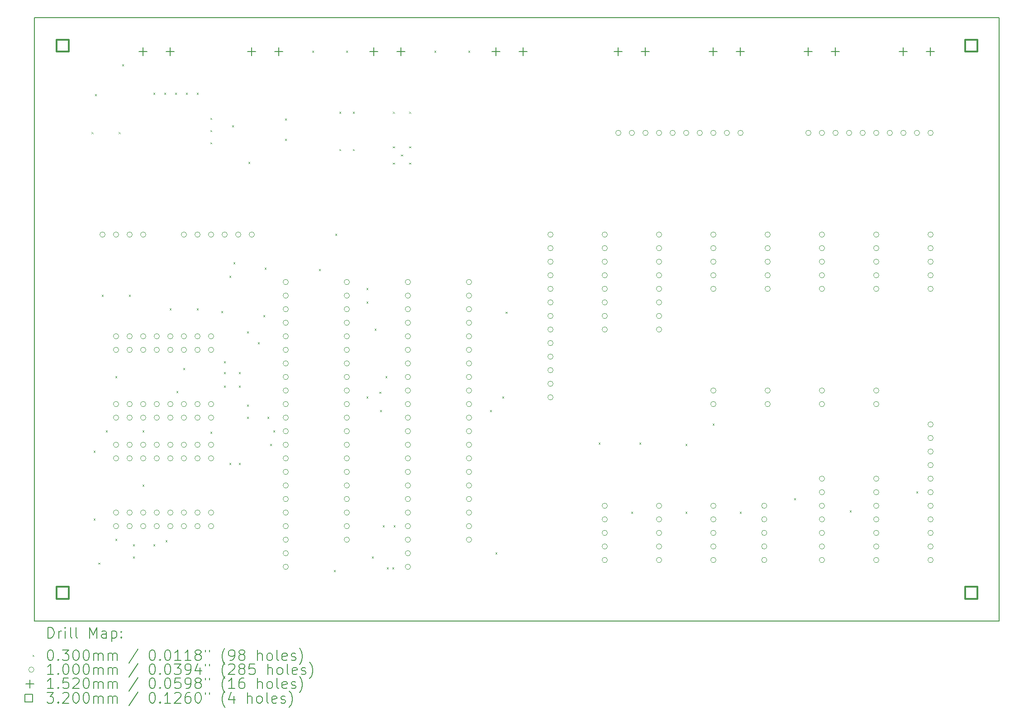
<source format=gbr>
%TF.GenerationSoftware,KiCad,Pcbnew,9.0.3-9.0.3-0~ubuntu22.04.1*%
%TF.CreationDate,2025-07-10T23:03:34+01:00*%
%TF.ProjectId,dali-pcb,64616c69-2d70-4636-922e-6b696361645f,rev?*%
%TF.SameCoordinates,Original*%
%TF.FileFunction,Drillmap*%
%TF.FilePolarity,Positive*%
%FSLAX45Y45*%
G04 Gerber Fmt 4.5, Leading zero omitted, Abs format (unit mm)*
G04 Created by KiCad (PCBNEW 9.0.3-9.0.3-0~ubuntu22.04.1) date 2025-07-10 23:03:34*
%MOMM*%
%LPD*%
G01*
G04 APERTURE LIST*
%ADD10C,0.200000*%
%ADD11C,0.100000*%
%ADD12C,0.152000*%
%ADD13C,0.320000*%
G04 APERTURE END LIST*
D10*
X1524000Y-1524000D02*
X19574000Y-1524000D01*
X19574000Y-12824000D01*
X1524000Y-12824000D01*
X1524000Y-1524000D01*
D11*
X2588500Y-3668000D02*
X2618500Y-3698000D01*
X2618500Y-3668000D02*
X2588500Y-3698000D01*
X2626600Y-9637000D02*
X2656600Y-9667000D01*
X2656600Y-9637000D02*
X2626600Y-9667000D01*
X2626600Y-10907000D02*
X2656600Y-10937000D01*
X2656600Y-10907000D02*
X2626600Y-10937000D01*
X2652000Y-2956800D02*
X2682000Y-2986800D01*
X2682000Y-2956800D02*
X2652000Y-2986800D01*
X2715500Y-11732500D02*
X2745500Y-11762500D01*
X2745500Y-11732500D02*
X2715500Y-11762500D01*
X2779000Y-6716000D02*
X2809000Y-6746000D01*
X2809000Y-6716000D02*
X2779000Y-6746000D01*
X2855200Y-9256000D02*
X2885200Y-9286000D01*
X2885200Y-9256000D02*
X2855200Y-9286000D01*
X3033000Y-8240000D02*
X3063000Y-8270000D01*
X3063000Y-8240000D02*
X3033000Y-8270000D01*
X3033000Y-11288000D02*
X3063000Y-11318000D01*
X3063000Y-11288000D02*
X3033000Y-11318000D01*
X3096500Y-3668000D02*
X3126500Y-3698000D01*
X3126500Y-3668000D02*
X3096500Y-3698000D01*
X3160000Y-2398000D02*
X3190000Y-2428000D01*
X3190000Y-2398000D02*
X3160000Y-2428000D01*
X3287000Y-6716000D02*
X3317000Y-6746000D01*
X3317000Y-6716000D02*
X3287000Y-6746000D01*
X3363200Y-11389600D02*
X3393200Y-11419600D01*
X3393200Y-11389600D02*
X3363200Y-11419600D01*
X3363200Y-11618200D02*
X3393200Y-11648200D01*
X3393200Y-11618200D02*
X3363200Y-11648200D01*
X3541000Y-9256000D02*
X3571000Y-9286000D01*
X3571000Y-9256000D02*
X3541000Y-9286000D01*
X3541000Y-10272000D02*
X3571000Y-10302000D01*
X3571000Y-10272000D02*
X3541000Y-10302000D01*
X3744200Y-2931400D02*
X3774200Y-2961400D01*
X3774200Y-2931400D02*
X3744200Y-2961400D01*
X3744200Y-11389600D02*
X3774200Y-11419600D01*
X3774200Y-11389600D02*
X3744200Y-11419600D01*
X3947400Y-2931400D02*
X3977400Y-2961400D01*
X3977400Y-2931400D02*
X3947400Y-2961400D01*
X3972800Y-11313400D02*
X4002800Y-11343400D01*
X4002800Y-11313400D02*
X3972800Y-11343400D01*
X4049000Y-6970000D02*
X4079000Y-7000000D01*
X4079000Y-6970000D02*
X4049000Y-7000000D01*
X4150600Y-2931400D02*
X4180600Y-2961400D01*
X4180600Y-2931400D02*
X4150600Y-2961400D01*
X4176272Y-8519400D02*
X4206272Y-8549400D01*
X4206272Y-8519400D02*
X4176272Y-8549400D01*
X4303000Y-8087600D02*
X4333000Y-8117600D01*
X4333000Y-8087600D02*
X4303000Y-8117600D01*
X4353800Y-2931400D02*
X4383800Y-2961400D01*
X4383800Y-2931400D02*
X4353800Y-2961400D01*
X4557000Y-2931400D02*
X4587000Y-2961400D01*
X4587000Y-2931400D02*
X4557000Y-2961400D01*
X4557000Y-6970000D02*
X4587000Y-7000000D01*
X4587000Y-6970000D02*
X4557000Y-7000000D01*
X4811000Y-3401300D02*
X4841000Y-3431300D01*
X4841000Y-3401300D02*
X4811000Y-3431300D01*
X4811000Y-3629900D02*
X4841000Y-3659900D01*
X4841000Y-3629900D02*
X4811000Y-3659900D01*
X4811000Y-3858500D02*
X4841000Y-3888500D01*
X4841000Y-3858500D02*
X4811000Y-3888500D01*
X4811000Y-9281400D02*
X4841000Y-9311400D01*
X4841000Y-9281400D02*
X4811000Y-9311400D01*
X5014200Y-7020800D02*
X5044200Y-7050800D01*
X5044200Y-7020800D02*
X5014200Y-7050800D01*
X5065000Y-7960600D02*
X5095000Y-7990600D01*
X5095000Y-7960600D02*
X5065000Y-7990600D01*
X5065000Y-8163800D02*
X5095000Y-8193800D01*
X5095000Y-8163800D02*
X5065000Y-8193800D01*
X5065000Y-8417800D02*
X5095000Y-8447800D01*
X5095000Y-8417800D02*
X5065000Y-8447800D01*
X5166600Y-6360400D02*
X5196600Y-6390400D01*
X5196600Y-6360400D02*
X5166600Y-6390400D01*
X5166600Y-9865600D02*
X5196600Y-9895600D01*
X5196600Y-9865600D02*
X5166600Y-9895600D01*
X5217400Y-3541000D02*
X5247400Y-3571000D01*
X5247400Y-3541000D02*
X5217400Y-3571000D01*
X5242800Y-6106400D02*
X5272800Y-6136400D01*
X5272800Y-6106400D02*
X5242800Y-6136400D01*
X5344400Y-8163800D02*
X5374400Y-8193800D01*
X5374400Y-8163800D02*
X5344400Y-8193800D01*
X5344400Y-8417800D02*
X5374400Y-8447800D01*
X5374400Y-8417800D02*
X5344400Y-8447800D01*
X5344400Y-9865600D02*
X5374400Y-9895600D01*
X5374400Y-9865600D02*
X5344400Y-9895600D01*
X5496800Y-7401800D02*
X5526800Y-7431800D01*
X5526800Y-7401800D02*
X5496800Y-7431800D01*
X5496800Y-8773400D02*
X5526800Y-8803400D01*
X5526800Y-8773400D02*
X5496800Y-8803400D01*
X5496800Y-9002000D02*
X5526800Y-9032000D01*
X5526800Y-9002000D02*
X5496800Y-9032000D01*
X5522200Y-4226800D02*
X5552200Y-4256800D01*
X5552200Y-4226800D02*
X5522200Y-4256800D01*
X5700000Y-7605000D02*
X5730000Y-7635000D01*
X5730000Y-7605000D02*
X5700000Y-7635000D01*
X5801600Y-7097000D02*
X5831600Y-7127000D01*
X5831600Y-7097000D02*
X5801600Y-7127000D01*
X5827000Y-6208000D02*
X5857000Y-6238000D01*
X5857000Y-6208000D02*
X5827000Y-6238000D01*
X5877800Y-9002000D02*
X5907800Y-9032000D01*
X5907800Y-9002000D02*
X5877800Y-9032000D01*
X5928600Y-9510000D02*
X5958600Y-9540000D01*
X5958600Y-9510000D02*
X5928600Y-9540000D01*
X5988700Y-9256000D02*
X6018700Y-9286000D01*
X6018700Y-9256000D02*
X5988700Y-9286000D01*
X6208000Y-3414000D02*
X6238000Y-3444000D01*
X6238000Y-3414000D02*
X6208000Y-3444000D01*
X6208000Y-3795000D02*
X6238000Y-3825000D01*
X6238000Y-3795000D02*
X6208000Y-3825000D01*
X6716000Y-2144000D02*
X6746000Y-2174000D01*
X6746000Y-2144000D02*
X6716000Y-2174000D01*
X6843000Y-6233400D02*
X6873000Y-6263400D01*
X6873000Y-6233400D02*
X6843000Y-6263400D01*
X7122400Y-11872200D02*
X7152400Y-11902200D01*
X7152400Y-11872200D02*
X7122400Y-11902200D01*
X7147800Y-5573000D02*
X7177800Y-5603000D01*
X7177800Y-5573000D02*
X7147800Y-5603000D01*
X7224000Y-3287000D02*
X7254000Y-3317000D01*
X7254000Y-3287000D02*
X7224000Y-3317000D01*
X7224000Y-3985500D02*
X7254000Y-4015500D01*
X7254000Y-3985500D02*
X7224000Y-4015500D01*
X7351000Y-2144000D02*
X7381000Y-2174000D01*
X7381000Y-2144000D02*
X7351000Y-2174000D01*
X7478000Y-3287000D02*
X7508000Y-3317000D01*
X7508000Y-3287000D02*
X7478000Y-3317000D01*
X7478000Y-3985500D02*
X7508000Y-4015500D01*
X7508000Y-3985500D02*
X7478000Y-4015500D01*
X7732000Y-6589000D02*
X7762000Y-6619000D01*
X7762000Y-6589000D02*
X7732000Y-6619000D01*
X7732000Y-6843000D02*
X7762000Y-6873000D01*
X7762000Y-6843000D02*
X7732000Y-6873000D01*
X7732000Y-8621000D02*
X7762000Y-8651000D01*
X7762000Y-8621000D02*
X7732000Y-8651000D01*
X7833600Y-11618200D02*
X7863600Y-11648200D01*
X7863600Y-11618200D02*
X7833600Y-11648200D01*
X7884400Y-7351000D02*
X7914400Y-7381000D01*
X7914400Y-7351000D02*
X7884400Y-7381000D01*
X7973300Y-8532100D02*
X8003300Y-8562100D01*
X8003300Y-8532100D02*
X7973300Y-8562100D01*
X7986000Y-8875000D02*
X8016000Y-8905000D01*
X8016000Y-8875000D02*
X7986000Y-8905000D01*
X8036800Y-11034000D02*
X8066800Y-11064000D01*
X8066800Y-11034000D02*
X8036800Y-11064000D01*
X8087600Y-8240000D02*
X8117600Y-8270000D01*
X8117600Y-8240000D02*
X8087600Y-8270000D01*
X8113000Y-11821400D02*
X8143000Y-11851400D01*
X8143000Y-11821400D02*
X8113000Y-11851400D01*
X8214600Y-11821400D02*
X8244600Y-11851400D01*
X8244600Y-11821400D02*
X8214600Y-11851400D01*
X8227300Y-3287000D02*
X8257300Y-3317000D01*
X8257300Y-3287000D02*
X8227300Y-3317000D01*
X8227300Y-3934700D02*
X8257300Y-3964700D01*
X8257300Y-3934700D02*
X8227300Y-3964700D01*
X8227300Y-4239500D02*
X8257300Y-4269500D01*
X8257300Y-4239500D02*
X8227300Y-4269500D01*
X8240000Y-11034000D02*
X8270000Y-11064000D01*
X8270000Y-11034000D02*
X8240000Y-11064000D01*
X8379700Y-4087100D02*
X8409700Y-4117100D01*
X8409700Y-4087100D02*
X8379700Y-4117100D01*
X8532100Y-3287000D02*
X8562100Y-3317000D01*
X8562100Y-3287000D02*
X8532100Y-3317000D01*
X8532100Y-3934700D02*
X8562100Y-3964700D01*
X8562100Y-3934700D02*
X8532100Y-3964700D01*
X8532100Y-4239500D02*
X8562100Y-4269500D01*
X8562100Y-4239500D02*
X8532100Y-4269500D01*
X9002000Y-2144000D02*
X9032000Y-2174000D01*
X9032000Y-2144000D02*
X9002000Y-2174000D01*
X9637000Y-2144000D02*
X9667000Y-2174000D01*
X9667000Y-2144000D02*
X9637000Y-2174000D01*
X10043400Y-8875000D02*
X10073400Y-8905000D01*
X10073400Y-8875000D02*
X10043400Y-8905000D01*
X10145000Y-11542000D02*
X10175000Y-11572000D01*
X10175000Y-11542000D02*
X10145000Y-11572000D01*
X10272000Y-8621000D02*
X10302000Y-8651000D01*
X10302000Y-8621000D02*
X10272000Y-8651000D01*
X10335500Y-7033500D02*
X10365500Y-7063500D01*
X10365500Y-7033500D02*
X10335500Y-7063500D01*
X12075400Y-9484600D02*
X12105400Y-9514600D01*
X12105400Y-9484600D02*
X12075400Y-9514600D01*
X12685000Y-10780000D02*
X12715000Y-10810000D01*
X12715000Y-10780000D02*
X12685000Y-10810000D01*
X12837400Y-9484600D02*
X12867400Y-9514600D01*
X12867400Y-9484600D02*
X12837400Y-9514600D01*
X13701000Y-9510000D02*
X13731000Y-9540000D01*
X13731000Y-9510000D02*
X13701000Y-9540000D01*
X13701000Y-10780000D02*
X13731000Y-10810000D01*
X13731000Y-10780000D02*
X13701000Y-10810000D01*
X14209000Y-9129000D02*
X14239000Y-9159000D01*
X14239000Y-9129000D02*
X14209000Y-9159000D01*
X14717000Y-10780000D02*
X14747000Y-10810000D01*
X14747000Y-10780000D02*
X14717000Y-10810000D01*
X15733000Y-10526000D02*
X15763000Y-10556000D01*
X15763000Y-10526000D02*
X15733000Y-10556000D01*
X16774400Y-10754600D02*
X16804400Y-10784600D01*
X16804400Y-10754600D02*
X16774400Y-10784600D01*
X18019000Y-10399000D02*
X18049000Y-10429000D01*
X18049000Y-10399000D02*
X18019000Y-10429000D01*
X2844000Y-5588000D02*
G75*
G02*
X2744000Y-5588000I-50000J0D01*
G01*
X2744000Y-5588000D02*
G75*
G02*
X2844000Y-5588000I50000J0D01*
G01*
X3098000Y-5588000D02*
G75*
G02*
X2998000Y-5588000I-50000J0D01*
G01*
X2998000Y-5588000D02*
G75*
G02*
X3098000Y-5588000I50000J0D01*
G01*
X3098000Y-7493000D02*
G75*
G02*
X2998000Y-7493000I-50000J0D01*
G01*
X2998000Y-7493000D02*
G75*
G02*
X3098000Y-7493000I50000J0D01*
G01*
X3098000Y-7747000D02*
G75*
G02*
X2998000Y-7747000I-50000J0D01*
G01*
X2998000Y-7747000D02*
G75*
G02*
X3098000Y-7747000I50000J0D01*
G01*
X3098000Y-8763000D02*
G75*
G02*
X2998000Y-8763000I-50000J0D01*
G01*
X2998000Y-8763000D02*
G75*
G02*
X3098000Y-8763000I50000J0D01*
G01*
X3098000Y-9017000D02*
G75*
G02*
X2998000Y-9017000I-50000J0D01*
G01*
X2998000Y-9017000D02*
G75*
G02*
X3098000Y-9017000I50000J0D01*
G01*
X3098000Y-9525000D02*
G75*
G02*
X2998000Y-9525000I-50000J0D01*
G01*
X2998000Y-9525000D02*
G75*
G02*
X3098000Y-9525000I50000J0D01*
G01*
X3098000Y-9779000D02*
G75*
G02*
X2998000Y-9779000I-50000J0D01*
G01*
X2998000Y-9779000D02*
G75*
G02*
X3098000Y-9779000I50000J0D01*
G01*
X3098000Y-10795000D02*
G75*
G02*
X2998000Y-10795000I-50000J0D01*
G01*
X2998000Y-10795000D02*
G75*
G02*
X3098000Y-10795000I50000J0D01*
G01*
X3098000Y-11049000D02*
G75*
G02*
X2998000Y-11049000I-50000J0D01*
G01*
X2998000Y-11049000D02*
G75*
G02*
X3098000Y-11049000I50000J0D01*
G01*
X3352000Y-5588000D02*
G75*
G02*
X3252000Y-5588000I-50000J0D01*
G01*
X3252000Y-5588000D02*
G75*
G02*
X3352000Y-5588000I50000J0D01*
G01*
X3352000Y-7493000D02*
G75*
G02*
X3252000Y-7493000I-50000J0D01*
G01*
X3252000Y-7493000D02*
G75*
G02*
X3352000Y-7493000I50000J0D01*
G01*
X3352000Y-7747000D02*
G75*
G02*
X3252000Y-7747000I-50000J0D01*
G01*
X3252000Y-7747000D02*
G75*
G02*
X3352000Y-7747000I50000J0D01*
G01*
X3352000Y-8763000D02*
G75*
G02*
X3252000Y-8763000I-50000J0D01*
G01*
X3252000Y-8763000D02*
G75*
G02*
X3352000Y-8763000I50000J0D01*
G01*
X3352000Y-9017000D02*
G75*
G02*
X3252000Y-9017000I-50000J0D01*
G01*
X3252000Y-9017000D02*
G75*
G02*
X3352000Y-9017000I50000J0D01*
G01*
X3352000Y-9525000D02*
G75*
G02*
X3252000Y-9525000I-50000J0D01*
G01*
X3252000Y-9525000D02*
G75*
G02*
X3352000Y-9525000I50000J0D01*
G01*
X3352000Y-9779000D02*
G75*
G02*
X3252000Y-9779000I-50000J0D01*
G01*
X3252000Y-9779000D02*
G75*
G02*
X3352000Y-9779000I50000J0D01*
G01*
X3352000Y-10795000D02*
G75*
G02*
X3252000Y-10795000I-50000J0D01*
G01*
X3252000Y-10795000D02*
G75*
G02*
X3352000Y-10795000I50000J0D01*
G01*
X3352000Y-11049000D02*
G75*
G02*
X3252000Y-11049000I-50000J0D01*
G01*
X3252000Y-11049000D02*
G75*
G02*
X3352000Y-11049000I50000J0D01*
G01*
X3606000Y-5588000D02*
G75*
G02*
X3506000Y-5588000I-50000J0D01*
G01*
X3506000Y-5588000D02*
G75*
G02*
X3606000Y-5588000I50000J0D01*
G01*
X3606000Y-7493000D02*
G75*
G02*
X3506000Y-7493000I-50000J0D01*
G01*
X3506000Y-7493000D02*
G75*
G02*
X3606000Y-7493000I50000J0D01*
G01*
X3606000Y-7747000D02*
G75*
G02*
X3506000Y-7747000I-50000J0D01*
G01*
X3506000Y-7747000D02*
G75*
G02*
X3606000Y-7747000I50000J0D01*
G01*
X3606000Y-8763000D02*
G75*
G02*
X3506000Y-8763000I-50000J0D01*
G01*
X3506000Y-8763000D02*
G75*
G02*
X3606000Y-8763000I50000J0D01*
G01*
X3606000Y-9017000D02*
G75*
G02*
X3506000Y-9017000I-50000J0D01*
G01*
X3506000Y-9017000D02*
G75*
G02*
X3606000Y-9017000I50000J0D01*
G01*
X3606000Y-9525000D02*
G75*
G02*
X3506000Y-9525000I-50000J0D01*
G01*
X3506000Y-9525000D02*
G75*
G02*
X3606000Y-9525000I50000J0D01*
G01*
X3606000Y-9779000D02*
G75*
G02*
X3506000Y-9779000I-50000J0D01*
G01*
X3506000Y-9779000D02*
G75*
G02*
X3606000Y-9779000I50000J0D01*
G01*
X3606000Y-10795000D02*
G75*
G02*
X3506000Y-10795000I-50000J0D01*
G01*
X3506000Y-10795000D02*
G75*
G02*
X3606000Y-10795000I50000J0D01*
G01*
X3606000Y-11049000D02*
G75*
G02*
X3506000Y-11049000I-50000J0D01*
G01*
X3506000Y-11049000D02*
G75*
G02*
X3606000Y-11049000I50000J0D01*
G01*
X3860000Y-7493000D02*
G75*
G02*
X3760000Y-7493000I-50000J0D01*
G01*
X3760000Y-7493000D02*
G75*
G02*
X3860000Y-7493000I50000J0D01*
G01*
X3860000Y-7747000D02*
G75*
G02*
X3760000Y-7747000I-50000J0D01*
G01*
X3760000Y-7747000D02*
G75*
G02*
X3860000Y-7747000I50000J0D01*
G01*
X3860000Y-8763000D02*
G75*
G02*
X3760000Y-8763000I-50000J0D01*
G01*
X3760000Y-8763000D02*
G75*
G02*
X3860000Y-8763000I50000J0D01*
G01*
X3860000Y-9017000D02*
G75*
G02*
X3760000Y-9017000I-50000J0D01*
G01*
X3760000Y-9017000D02*
G75*
G02*
X3860000Y-9017000I50000J0D01*
G01*
X3860000Y-9525000D02*
G75*
G02*
X3760000Y-9525000I-50000J0D01*
G01*
X3760000Y-9525000D02*
G75*
G02*
X3860000Y-9525000I50000J0D01*
G01*
X3860000Y-9779000D02*
G75*
G02*
X3760000Y-9779000I-50000J0D01*
G01*
X3760000Y-9779000D02*
G75*
G02*
X3860000Y-9779000I50000J0D01*
G01*
X3860000Y-10795000D02*
G75*
G02*
X3760000Y-10795000I-50000J0D01*
G01*
X3760000Y-10795000D02*
G75*
G02*
X3860000Y-10795000I50000J0D01*
G01*
X3860000Y-11049000D02*
G75*
G02*
X3760000Y-11049000I-50000J0D01*
G01*
X3760000Y-11049000D02*
G75*
G02*
X3860000Y-11049000I50000J0D01*
G01*
X4114000Y-7493000D02*
G75*
G02*
X4014000Y-7493000I-50000J0D01*
G01*
X4014000Y-7493000D02*
G75*
G02*
X4114000Y-7493000I50000J0D01*
G01*
X4114000Y-7747000D02*
G75*
G02*
X4014000Y-7747000I-50000J0D01*
G01*
X4014000Y-7747000D02*
G75*
G02*
X4114000Y-7747000I50000J0D01*
G01*
X4114000Y-8763000D02*
G75*
G02*
X4014000Y-8763000I-50000J0D01*
G01*
X4014000Y-8763000D02*
G75*
G02*
X4114000Y-8763000I50000J0D01*
G01*
X4114000Y-9017000D02*
G75*
G02*
X4014000Y-9017000I-50000J0D01*
G01*
X4014000Y-9017000D02*
G75*
G02*
X4114000Y-9017000I50000J0D01*
G01*
X4114000Y-9525000D02*
G75*
G02*
X4014000Y-9525000I-50000J0D01*
G01*
X4014000Y-9525000D02*
G75*
G02*
X4114000Y-9525000I50000J0D01*
G01*
X4114000Y-9779000D02*
G75*
G02*
X4014000Y-9779000I-50000J0D01*
G01*
X4014000Y-9779000D02*
G75*
G02*
X4114000Y-9779000I50000J0D01*
G01*
X4114000Y-10795000D02*
G75*
G02*
X4014000Y-10795000I-50000J0D01*
G01*
X4014000Y-10795000D02*
G75*
G02*
X4114000Y-10795000I50000J0D01*
G01*
X4114000Y-11049000D02*
G75*
G02*
X4014000Y-11049000I-50000J0D01*
G01*
X4014000Y-11049000D02*
G75*
G02*
X4114000Y-11049000I50000J0D01*
G01*
X4368000Y-5588000D02*
G75*
G02*
X4268000Y-5588000I-50000J0D01*
G01*
X4268000Y-5588000D02*
G75*
G02*
X4368000Y-5588000I50000J0D01*
G01*
X4368000Y-7493000D02*
G75*
G02*
X4268000Y-7493000I-50000J0D01*
G01*
X4268000Y-7493000D02*
G75*
G02*
X4368000Y-7493000I50000J0D01*
G01*
X4368000Y-7747000D02*
G75*
G02*
X4268000Y-7747000I-50000J0D01*
G01*
X4268000Y-7747000D02*
G75*
G02*
X4368000Y-7747000I50000J0D01*
G01*
X4368000Y-8763000D02*
G75*
G02*
X4268000Y-8763000I-50000J0D01*
G01*
X4268000Y-8763000D02*
G75*
G02*
X4368000Y-8763000I50000J0D01*
G01*
X4368000Y-9017000D02*
G75*
G02*
X4268000Y-9017000I-50000J0D01*
G01*
X4268000Y-9017000D02*
G75*
G02*
X4368000Y-9017000I50000J0D01*
G01*
X4368000Y-9525000D02*
G75*
G02*
X4268000Y-9525000I-50000J0D01*
G01*
X4268000Y-9525000D02*
G75*
G02*
X4368000Y-9525000I50000J0D01*
G01*
X4368000Y-9779000D02*
G75*
G02*
X4268000Y-9779000I-50000J0D01*
G01*
X4268000Y-9779000D02*
G75*
G02*
X4368000Y-9779000I50000J0D01*
G01*
X4368000Y-10795000D02*
G75*
G02*
X4268000Y-10795000I-50000J0D01*
G01*
X4268000Y-10795000D02*
G75*
G02*
X4368000Y-10795000I50000J0D01*
G01*
X4368000Y-11049000D02*
G75*
G02*
X4268000Y-11049000I-50000J0D01*
G01*
X4268000Y-11049000D02*
G75*
G02*
X4368000Y-11049000I50000J0D01*
G01*
X4622000Y-5588000D02*
G75*
G02*
X4522000Y-5588000I-50000J0D01*
G01*
X4522000Y-5588000D02*
G75*
G02*
X4622000Y-5588000I50000J0D01*
G01*
X4622000Y-7493000D02*
G75*
G02*
X4522000Y-7493000I-50000J0D01*
G01*
X4522000Y-7493000D02*
G75*
G02*
X4622000Y-7493000I50000J0D01*
G01*
X4622000Y-7747000D02*
G75*
G02*
X4522000Y-7747000I-50000J0D01*
G01*
X4522000Y-7747000D02*
G75*
G02*
X4622000Y-7747000I50000J0D01*
G01*
X4622000Y-8763000D02*
G75*
G02*
X4522000Y-8763000I-50000J0D01*
G01*
X4522000Y-8763000D02*
G75*
G02*
X4622000Y-8763000I50000J0D01*
G01*
X4622000Y-9017000D02*
G75*
G02*
X4522000Y-9017000I-50000J0D01*
G01*
X4522000Y-9017000D02*
G75*
G02*
X4622000Y-9017000I50000J0D01*
G01*
X4622000Y-9525000D02*
G75*
G02*
X4522000Y-9525000I-50000J0D01*
G01*
X4522000Y-9525000D02*
G75*
G02*
X4622000Y-9525000I50000J0D01*
G01*
X4622000Y-9779000D02*
G75*
G02*
X4522000Y-9779000I-50000J0D01*
G01*
X4522000Y-9779000D02*
G75*
G02*
X4622000Y-9779000I50000J0D01*
G01*
X4622000Y-10795000D02*
G75*
G02*
X4522000Y-10795000I-50000J0D01*
G01*
X4522000Y-10795000D02*
G75*
G02*
X4622000Y-10795000I50000J0D01*
G01*
X4622000Y-11049000D02*
G75*
G02*
X4522000Y-11049000I-50000J0D01*
G01*
X4522000Y-11049000D02*
G75*
G02*
X4622000Y-11049000I50000J0D01*
G01*
X4876000Y-5588000D02*
G75*
G02*
X4776000Y-5588000I-50000J0D01*
G01*
X4776000Y-5588000D02*
G75*
G02*
X4876000Y-5588000I50000J0D01*
G01*
X4876000Y-7493000D02*
G75*
G02*
X4776000Y-7493000I-50000J0D01*
G01*
X4776000Y-7493000D02*
G75*
G02*
X4876000Y-7493000I50000J0D01*
G01*
X4876000Y-7747000D02*
G75*
G02*
X4776000Y-7747000I-50000J0D01*
G01*
X4776000Y-7747000D02*
G75*
G02*
X4876000Y-7747000I50000J0D01*
G01*
X4876000Y-8763000D02*
G75*
G02*
X4776000Y-8763000I-50000J0D01*
G01*
X4776000Y-8763000D02*
G75*
G02*
X4876000Y-8763000I50000J0D01*
G01*
X4876000Y-9017000D02*
G75*
G02*
X4776000Y-9017000I-50000J0D01*
G01*
X4776000Y-9017000D02*
G75*
G02*
X4876000Y-9017000I50000J0D01*
G01*
X4876000Y-9525000D02*
G75*
G02*
X4776000Y-9525000I-50000J0D01*
G01*
X4776000Y-9525000D02*
G75*
G02*
X4876000Y-9525000I50000J0D01*
G01*
X4876000Y-9779000D02*
G75*
G02*
X4776000Y-9779000I-50000J0D01*
G01*
X4776000Y-9779000D02*
G75*
G02*
X4876000Y-9779000I50000J0D01*
G01*
X4876000Y-10795000D02*
G75*
G02*
X4776000Y-10795000I-50000J0D01*
G01*
X4776000Y-10795000D02*
G75*
G02*
X4876000Y-10795000I50000J0D01*
G01*
X4876000Y-11049000D02*
G75*
G02*
X4776000Y-11049000I-50000J0D01*
G01*
X4776000Y-11049000D02*
G75*
G02*
X4876000Y-11049000I50000J0D01*
G01*
X5130000Y-5588000D02*
G75*
G02*
X5030000Y-5588000I-50000J0D01*
G01*
X5030000Y-5588000D02*
G75*
G02*
X5130000Y-5588000I50000J0D01*
G01*
X5384000Y-5588000D02*
G75*
G02*
X5284000Y-5588000I-50000J0D01*
G01*
X5284000Y-5588000D02*
G75*
G02*
X5384000Y-5588000I50000J0D01*
G01*
X5638000Y-5588000D02*
G75*
G02*
X5538000Y-5588000I-50000J0D01*
G01*
X5538000Y-5588000D02*
G75*
G02*
X5638000Y-5588000I50000J0D01*
G01*
X6273000Y-6477000D02*
G75*
G02*
X6173000Y-6477000I-50000J0D01*
G01*
X6173000Y-6477000D02*
G75*
G02*
X6273000Y-6477000I50000J0D01*
G01*
X6273000Y-6731000D02*
G75*
G02*
X6173000Y-6731000I-50000J0D01*
G01*
X6173000Y-6731000D02*
G75*
G02*
X6273000Y-6731000I50000J0D01*
G01*
X6273000Y-6985000D02*
G75*
G02*
X6173000Y-6985000I-50000J0D01*
G01*
X6173000Y-6985000D02*
G75*
G02*
X6273000Y-6985000I50000J0D01*
G01*
X6273000Y-7239000D02*
G75*
G02*
X6173000Y-7239000I-50000J0D01*
G01*
X6173000Y-7239000D02*
G75*
G02*
X6273000Y-7239000I50000J0D01*
G01*
X6273000Y-7493000D02*
G75*
G02*
X6173000Y-7493000I-50000J0D01*
G01*
X6173000Y-7493000D02*
G75*
G02*
X6273000Y-7493000I50000J0D01*
G01*
X6273000Y-7747000D02*
G75*
G02*
X6173000Y-7747000I-50000J0D01*
G01*
X6173000Y-7747000D02*
G75*
G02*
X6273000Y-7747000I50000J0D01*
G01*
X6273000Y-8001000D02*
G75*
G02*
X6173000Y-8001000I-50000J0D01*
G01*
X6173000Y-8001000D02*
G75*
G02*
X6273000Y-8001000I50000J0D01*
G01*
X6273000Y-8255000D02*
G75*
G02*
X6173000Y-8255000I-50000J0D01*
G01*
X6173000Y-8255000D02*
G75*
G02*
X6273000Y-8255000I50000J0D01*
G01*
X6273000Y-8509000D02*
G75*
G02*
X6173000Y-8509000I-50000J0D01*
G01*
X6173000Y-8509000D02*
G75*
G02*
X6273000Y-8509000I50000J0D01*
G01*
X6273000Y-8763000D02*
G75*
G02*
X6173000Y-8763000I-50000J0D01*
G01*
X6173000Y-8763000D02*
G75*
G02*
X6273000Y-8763000I50000J0D01*
G01*
X6273000Y-9017000D02*
G75*
G02*
X6173000Y-9017000I-50000J0D01*
G01*
X6173000Y-9017000D02*
G75*
G02*
X6273000Y-9017000I50000J0D01*
G01*
X6273000Y-9271000D02*
G75*
G02*
X6173000Y-9271000I-50000J0D01*
G01*
X6173000Y-9271000D02*
G75*
G02*
X6273000Y-9271000I50000J0D01*
G01*
X6273000Y-9525000D02*
G75*
G02*
X6173000Y-9525000I-50000J0D01*
G01*
X6173000Y-9525000D02*
G75*
G02*
X6273000Y-9525000I50000J0D01*
G01*
X6273000Y-9779000D02*
G75*
G02*
X6173000Y-9779000I-50000J0D01*
G01*
X6173000Y-9779000D02*
G75*
G02*
X6273000Y-9779000I50000J0D01*
G01*
X6273000Y-10033000D02*
G75*
G02*
X6173000Y-10033000I-50000J0D01*
G01*
X6173000Y-10033000D02*
G75*
G02*
X6273000Y-10033000I50000J0D01*
G01*
X6273000Y-10287000D02*
G75*
G02*
X6173000Y-10287000I-50000J0D01*
G01*
X6173000Y-10287000D02*
G75*
G02*
X6273000Y-10287000I50000J0D01*
G01*
X6273000Y-10541000D02*
G75*
G02*
X6173000Y-10541000I-50000J0D01*
G01*
X6173000Y-10541000D02*
G75*
G02*
X6273000Y-10541000I50000J0D01*
G01*
X6273000Y-10795000D02*
G75*
G02*
X6173000Y-10795000I-50000J0D01*
G01*
X6173000Y-10795000D02*
G75*
G02*
X6273000Y-10795000I50000J0D01*
G01*
X6273000Y-11049000D02*
G75*
G02*
X6173000Y-11049000I-50000J0D01*
G01*
X6173000Y-11049000D02*
G75*
G02*
X6273000Y-11049000I50000J0D01*
G01*
X6273000Y-11303000D02*
G75*
G02*
X6173000Y-11303000I-50000J0D01*
G01*
X6173000Y-11303000D02*
G75*
G02*
X6273000Y-11303000I50000J0D01*
G01*
X6273000Y-11557000D02*
G75*
G02*
X6173000Y-11557000I-50000J0D01*
G01*
X6173000Y-11557000D02*
G75*
G02*
X6273000Y-11557000I50000J0D01*
G01*
X6273000Y-11811000D02*
G75*
G02*
X6173000Y-11811000I-50000J0D01*
G01*
X6173000Y-11811000D02*
G75*
G02*
X6273000Y-11811000I50000J0D01*
G01*
X7416000Y-6477000D02*
G75*
G02*
X7316000Y-6477000I-50000J0D01*
G01*
X7316000Y-6477000D02*
G75*
G02*
X7416000Y-6477000I50000J0D01*
G01*
X7416000Y-6731000D02*
G75*
G02*
X7316000Y-6731000I-50000J0D01*
G01*
X7316000Y-6731000D02*
G75*
G02*
X7416000Y-6731000I50000J0D01*
G01*
X7416000Y-6985000D02*
G75*
G02*
X7316000Y-6985000I-50000J0D01*
G01*
X7316000Y-6985000D02*
G75*
G02*
X7416000Y-6985000I50000J0D01*
G01*
X7416000Y-7239000D02*
G75*
G02*
X7316000Y-7239000I-50000J0D01*
G01*
X7316000Y-7239000D02*
G75*
G02*
X7416000Y-7239000I50000J0D01*
G01*
X7416000Y-7493000D02*
G75*
G02*
X7316000Y-7493000I-50000J0D01*
G01*
X7316000Y-7493000D02*
G75*
G02*
X7416000Y-7493000I50000J0D01*
G01*
X7416000Y-7747000D02*
G75*
G02*
X7316000Y-7747000I-50000J0D01*
G01*
X7316000Y-7747000D02*
G75*
G02*
X7416000Y-7747000I50000J0D01*
G01*
X7416000Y-8001000D02*
G75*
G02*
X7316000Y-8001000I-50000J0D01*
G01*
X7316000Y-8001000D02*
G75*
G02*
X7416000Y-8001000I50000J0D01*
G01*
X7416000Y-8255000D02*
G75*
G02*
X7316000Y-8255000I-50000J0D01*
G01*
X7316000Y-8255000D02*
G75*
G02*
X7416000Y-8255000I50000J0D01*
G01*
X7416000Y-8509000D02*
G75*
G02*
X7316000Y-8509000I-50000J0D01*
G01*
X7316000Y-8509000D02*
G75*
G02*
X7416000Y-8509000I50000J0D01*
G01*
X7416000Y-8763000D02*
G75*
G02*
X7316000Y-8763000I-50000J0D01*
G01*
X7316000Y-8763000D02*
G75*
G02*
X7416000Y-8763000I50000J0D01*
G01*
X7416000Y-9017000D02*
G75*
G02*
X7316000Y-9017000I-50000J0D01*
G01*
X7316000Y-9017000D02*
G75*
G02*
X7416000Y-9017000I50000J0D01*
G01*
X7416000Y-9271000D02*
G75*
G02*
X7316000Y-9271000I-50000J0D01*
G01*
X7316000Y-9271000D02*
G75*
G02*
X7416000Y-9271000I50000J0D01*
G01*
X7416000Y-9525000D02*
G75*
G02*
X7316000Y-9525000I-50000J0D01*
G01*
X7316000Y-9525000D02*
G75*
G02*
X7416000Y-9525000I50000J0D01*
G01*
X7416000Y-9779000D02*
G75*
G02*
X7316000Y-9779000I-50000J0D01*
G01*
X7316000Y-9779000D02*
G75*
G02*
X7416000Y-9779000I50000J0D01*
G01*
X7416000Y-10033000D02*
G75*
G02*
X7316000Y-10033000I-50000J0D01*
G01*
X7316000Y-10033000D02*
G75*
G02*
X7416000Y-10033000I50000J0D01*
G01*
X7416000Y-10287000D02*
G75*
G02*
X7316000Y-10287000I-50000J0D01*
G01*
X7316000Y-10287000D02*
G75*
G02*
X7416000Y-10287000I50000J0D01*
G01*
X7416000Y-10541000D02*
G75*
G02*
X7316000Y-10541000I-50000J0D01*
G01*
X7316000Y-10541000D02*
G75*
G02*
X7416000Y-10541000I50000J0D01*
G01*
X7416000Y-10795000D02*
G75*
G02*
X7316000Y-10795000I-50000J0D01*
G01*
X7316000Y-10795000D02*
G75*
G02*
X7416000Y-10795000I50000J0D01*
G01*
X7416000Y-11049000D02*
G75*
G02*
X7316000Y-11049000I-50000J0D01*
G01*
X7316000Y-11049000D02*
G75*
G02*
X7416000Y-11049000I50000J0D01*
G01*
X7416000Y-11303000D02*
G75*
G02*
X7316000Y-11303000I-50000J0D01*
G01*
X7316000Y-11303000D02*
G75*
G02*
X7416000Y-11303000I50000J0D01*
G01*
X8559000Y-6477000D02*
G75*
G02*
X8459000Y-6477000I-50000J0D01*
G01*
X8459000Y-6477000D02*
G75*
G02*
X8559000Y-6477000I50000J0D01*
G01*
X8559000Y-6731000D02*
G75*
G02*
X8459000Y-6731000I-50000J0D01*
G01*
X8459000Y-6731000D02*
G75*
G02*
X8559000Y-6731000I50000J0D01*
G01*
X8559000Y-6985000D02*
G75*
G02*
X8459000Y-6985000I-50000J0D01*
G01*
X8459000Y-6985000D02*
G75*
G02*
X8559000Y-6985000I50000J0D01*
G01*
X8559000Y-7239000D02*
G75*
G02*
X8459000Y-7239000I-50000J0D01*
G01*
X8459000Y-7239000D02*
G75*
G02*
X8559000Y-7239000I50000J0D01*
G01*
X8559000Y-7493000D02*
G75*
G02*
X8459000Y-7493000I-50000J0D01*
G01*
X8459000Y-7493000D02*
G75*
G02*
X8559000Y-7493000I50000J0D01*
G01*
X8559000Y-7747000D02*
G75*
G02*
X8459000Y-7747000I-50000J0D01*
G01*
X8459000Y-7747000D02*
G75*
G02*
X8559000Y-7747000I50000J0D01*
G01*
X8559000Y-8001000D02*
G75*
G02*
X8459000Y-8001000I-50000J0D01*
G01*
X8459000Y-8001000D02*
G75*
G02*
X8559000Y-8001000I50000J0D01*
G01*
X8559000Y-8255000D02*
G75*
G02*
X8459000Y-8255000I-50000J0D01*
G01*
X8459000Y-8255000D02*
G75*
G02*
X8559000Y-8255000I50000J0D01*
G01*
X8559000Y-8509000D02*
G75*
G02*
X8459000Y-8509000I-50000J0D01*
G01*
X8459000Y-8509000D02*
G75*
G02*
X8559000Y-8509000I50000J0D01*
G01*
X8559000Y-8763000D02*
G75*
G02*
X8459000Y-8763000I-50000J0D01*
G01*
X8459000Y-8763000D02*
G75*
G02*
X8559000Y-8763000I50000J0D01*
G01*
X8559000Y-9017000D02*
G75*
G02*
X8459000Y-9017000I-50000J0D01*
G01*
X8459000Y-9017000D02*
G75*
G02*
X8559000Y-9017000I50000J0D01*
G01*
X8559000Y-9271000D02*
G75*
G02*
X8459000Y-9271000I-50000J0D01*
G01*
X8459000Y-9271000D02*
G75*
G02*
X8559000Y-9271000I50000J0D01*
G01*
X8559000Y-9525000D02*
G75*
G02*
X8459000Y-9525000I-50000J0D01*
G01*
X8459000Y-9525000D02*
G75*
G02*
X8559000Y-9525000I50000J0D01*
G01*
X8559000Y-9779000D02*
G75*
G02*
X8459000Y-9779000I-50000J0D01*
G01*
X8459000Y-9779000D02*
G75*
G02*
X8559000Y-9779000I50000J0D01*
G01*
X8559000Y-10033000D02*
G75*
G02*
X8459000Y-10033000I-50000J0D01*
G01*
X8459000Y-10033000D02*
G75*
G02*
X8559000Y-10033000I50000J0D01*
G01*
X8559000Y-10287000D02*
G75*
G02*
X8459000Y-10287000I-50000J0D01*
G01*
X8459000Y-10287000D02*
G75*
G02*
X8559000Y-10287000I50000J0D01*
G01*
X8559000Y-10541000D02*
G75*
G02*
X8459000Y-10541000I-50000J0D01*
G01*
X8459000Y-10541000D02*
G75*
G02*
X8559000Y-10541000I50000J0D01*
G01*
X8559000Y-10795000D02*
G75*
G02*
X8459000Y-10795000I-50000J0D01*
G01*
X8459000Y-10795000D02*
G75*
G02*
X8559000Y-10795000I50000J0D01*
G01*
X8559000Y-11049000D02*
G75*
G02*
X8459000Y-11049000I-50000J0D01*
G01*
X8459000Y-11049000D02*
G75*
G02*
X8559000Y-11049000I50000J0D01*
G01*
X8559000Y-11303000D02*
G75*
G02*
X8459000Y-11303000I-50000J0D01*
G01*
X8459000Y-11303000D02*
G75*
G02*
X8559000Y-11303000I50000J0D01*
G01*
X8559000Y-11557000D02*
G75*
G02*
X8459000Y-11557000I-50000J0D01*
G01*
X8459000Y-11557000D02*
G75*
G02*
X8559000Y-11557000I50000J0D01*
G01*
X8559000Y-11811000D02*
G75*
G02*
X8459000Y-11811000I-50000J0D01*
G01*
X8459000Y-11811000D02*
G75*
G02*
X8559000Y-11811000I50000J0D01*
G01*
X9702000Y-6477000D02*
G75*
G02*
X9602000Y-6477000I-50000J0D01*
G01*
X9602000Y-6477000D02*
G75*
G02*
X9702000Y-6477000I50000J0D01*
G01*
X9702000Y-6731000D02*
G75*
G02*
X9602000Y-6731000I-50000J0D01*
G01*
X9602000Y-6731000D02*
G75*
G02*
X9702000Y-6731000I50000J0D01*
G01*
X9702000Y-6985000D02*
G75*
G02*
X9602000Y-6985000I-50000J0D01*
G01*
X9602000Y-6985000D02*
G75*
G02*
X9702000Y-6985000I50000J0D01*
G01*
X9702000Y-7239000D02*
G75*
G02*
X9602000Y-7239000I-50000J0D01*
G01*
X9602000Y-7239000D02*
G75*
G02*
X9702000Y-7239000I50000J0D01*
G01*
X9702000Y-7493000D02*
G75*
G02*
X9602000Y-7493000I-50000J0D01*
G01*
X9602000Y-7493000D02*
G75*
G02*
X9702000Y-7493000I50000J0D01*
G01*
X9702000Y-7747000D02*
G75*
G02*
X9602000Y-7747000I-50000J0D01*
G01*
X9602000Y-7747000D02*
G75*
G02*
X9702000Y-7747000I50000J0D01*
G01*
X9702000Y-8001000D02*
G75*
G02*
X9602000Y-8001000I-50000J0D01*
G01*
X9602000Y-8001000D02*
G75*
G02*
X9702000Y-8001000I50000J0D01*
G01*
X9702000Y-8255000D02*
G75*
G02*
X9602000Y-8255000I-50000J0D01*
G01*
X9602000Y-8255000D02*
G75*
G02*
X9702000Y-8255000I50000J0D01*
G01*
X9702000Y-8509000D02*
G75*
G02*
X9602000Y-8509000I-50000J0D01*
G01*
X9602000Y-8509000D02*
G75*
G02*
X9702000Y-8509000I50000J0D01*
G01*
X9702000Y-8763000D02*
G75*
G02*
X9602000Y-8763000I-50000J0D01*
G01*
X9602000Y-8763000D02*
G75*
G02*
X9702000Y-8763000I50000J0D01*
G01*
X9702000Y-9017000D02*
G75*
G02*
X9602000Y-9017000I-50000J0D01*
G01*
X9602000Y-9017000D02*
G75*
G02*
X9702000Y-9017000I50000J0D01*
G01*
X9702000Y-9271000D02*
G75*
G02*
X9602000Y-9271000I-50000J0D01*
G01*
X9602000Y-9271000D02*
G75*
G02*
X9702000Y-9271000I50000J0D01*
G01*
X9702000Y-9525000D02*
G75*
G02*
X9602000Y-9525000I-50000J0D01*
G01*
X9602000Y-9525000D02*
G75*
G02*
X9702000Y-9525000I50000J0D01*
G01*
X9702000Y-9779000D02*
G75*
G02*
X9602000Y-9779000I-50000J0D01*
G01*
X9602000Y-9779000D02*
G75*
G02*
X9702000Y-9779000I50000J0D01*
G01*
X9702000Y-10033000D02*
G75*
G02*
X9602000Y-10033000I-50000J0D01*
G01*
X9602000Y-10033000D02*
G75*
G02*
X9702000Y-10033000I50000J0D01*
G01*
X9702000Y-10287000D02*
G75*
G02*
X9602000Y-10287000I-50000J0D01*
G01*
X9602000Y-10287000D02*
G75*
G02*
X9702000Y-10287000I50000J0D01*
G01*
X9702000Y-10541000D02*
G75*
G02*
X9602000Y-10541000I-50000J0D01*
G01*
X9602000Y-10541000D02*
G75*
G02*
X9702000Y-10541000I50000J0D01*
G01*
X9702000Y-10795000D02*
G75*
G02*
X9602000Y-10795000I-50000J0D01*
G01*
X9602000Y-10795000D02*
G75*
G02*
X9702000Y-10795000I50000J0D01*
G01*
X9702000Y-11049000D02*
G75*
G02*
X9602000Y-11049000I-50000J0D01*
G01*
X9602000Y-11049000D02*
G75*
G02*
X9702000Y-11049000I50000J0D01*
G01*
X9702000Y-11303000D02*
G75*
G02*
X9602000Y-11303000I-50000J0D01*
G01*
X9602000Y-11303000D02*
G75*
G02*
X9702000Y-11303000I50000J0D01*
G01*
X11226000Y-5588000D02*
G75*
G02*
X11126000Y-5588000I-50000J0D01*
G01*
X11126000Y-5588000D02*
G75*
G02*
X11226000Y-5588000I50000J0D01*
G01*
X11226000Y-5842000D02*
G75*
G02*
X11126000Y-5842000I-50000J0D01*
G01*
X11126000Y-5842000D02*
G75*
G02*
X11226000Y-5842000I50000J0D01*
G01*
X11226000Y-6096000D02*
G75*
G02*
X11126000Y-6096000I-50000J0D01*
G01*
X11126000Y-6096000D02*
G75*
G02*
X11226000Y-6096000I50000J0D01*
G01*
X11226000Y-6350000D02*
G75*
G02*
X11126000Y-6350000I-50000J0D01*
G01*
X11126000Y-6350000D02*
G75*
G02*
X11226000Y-6350000I50000J0D01*
G01*
X11226000Y-6604000D02*
G75*
G02*
X11126000Y-6604000I-50000J0D01*
G01*
X11126000Y-6604000D02*
G75*
G02*
X11226000Y-6604000I50000J0D01*
G01*
X11226000Y-6858000D02*
G75*
G02*
X11126000Y-6858000I-50000J0D01*
G01*
X11126000Y-6858000D02*
G75*
G02*
X11226000Y-6858000I50000J0D01*
G01*
X11226000Y-7112000D02*
G75*
G02*
X11126000Y-7112000I-50000J0D01*
G01*
X11126000Y-7112000D02*
G75*
G02*
X11226000Y-7112000I50000J0D01*
G01*
X11226000Y-7366000D02*
G75*
G02*
X11126000Y-7366000I-50000J0D01*
G01*
X11126000Y-7366000D02*
G75*
G02*
X11226000Y-7366000I50000J0D01*
G01*
X11226000Y-7620000D02*
G75*
G02*
X11126000Y-7620000I-50000J0D01*
G01*
X11126000Y-7620000D02*
G75*
G02*
X11226000Y-7620000I50000J0D01*
G01*
X11226000Y-7874000D02*
G75*
G02*
X11126000Y-7874000I-50000J0D01*
G01*
X11126000Y-7874000D02*
G75*
G02*
X11226000Y-7874000I50000J0D01*
G01*
X11226000Y-8128000D02*
G75*
G02*
X11126000Y-8128000I-50000J0D01*
G01*
X11126000Y-8128000D02*
G75*
G02*
X11226000Y-8128000I50000J0D01*
G01*
X11226000Y-8382000D02*
G75*
G02*
X11126000Y-8382000I-50000J0D01*
G01*
X11126000Y-8382000D02*
G75*
G02*
X11226000Y-8382000I50000J0D01*
G01*
X11226000Y-8636000D02*
G75*
G02*
X11126000Y-8636000I-50000J0D01*
G01*
X11126000Y-8636000D02*
G75*
G02*
X11226000Y-8636000I50000J0D01*
G01*
X12242000Y-5588000D02*
G75*
G02*
X12142000Y-5588000I-50000J0D01*
G01*
X12142000Y-5588000D02*
G75*
G02*
X12242000Y-5588000I50000J0D01*
G01*
X12242000Y-5842000D02*
G75*
G02*
X12142000Y-5842000I-50000J0D01*
G01*
X12142000Y-5842000D02*
G75*
G02*
X12242000Y-5842000I50000J0D01*
G01*
X12242000Y-6096000D02*
G75*
G02*
X12142000Y-6096000I-50000J0D01*
G01*
X12142000Y-6096000D02*
G75*
G02*
X12242000Y-6096000I50000J0D01*
G01*
X12242000Y-6350000D02*
G75*
G02*
X12142000Y-6350000I-50000J0D01*
G01*
X12142000Y-6350000D02*
G75*
G02*
X12242000Y-6350000I50000J0D01*
G01*
X12242000Y-6604000D02*
G75*
G02*
X12142000Y-6604000I-50000J0D01*
G01*
X12142000Y-6604000D02*
G75*
G02*
X12242000Y-6604000I50000J0D01*
G01*
X12242000Y-6858000D02*
G75*
G02*
X12142000Y-6858000I-50000J0D01*
G01*
X12142000Y-6858000D02*
G75*
G02*
X12242000Y-6858000I50000J0D01*
G01*
X12242000Y-7112000D02*
G75*
G02*
X12142000Y-7112000I-50000J0D01*
G01*
X12142000Y-7112000D02*
G75*
G02*
X12242000Y-7112000I50000J0D01*
G01*
X12242000Y-7366000D02*
G75*
G02*
X12142000Y-7366000I-50000J0D01*
G01*
X12142000Y-7366000D02*
G75*
G02*
X12242000Y-7366000I50000J0D01*
G01*
X12242000Y-10668000D02*
G75*
G02*
X12142000Y-10668000I-50000J0D01*
G01*
X12142000Y-10668000D02*
G75*
G02*
X12242000Y-10668000I50000J0D01*
G01*
X12242000Y-10922000D02*
G75*
G02*
X12142000Y-10922000I-50000J0D01*
G01*
X12142000Y-10922000D02*
G75*
G02*
X12242000Y-10922000I50000J0D01*
G01*
X12242000Y-11176000D02*
G75*
G02*
X12142000Y-11176000I-50000J0D01*
G01*
X12142000Y-11176000D02*
G75*
G02*
X12242000Y-11176000I50000J0D01*
G01*
X12242000Y-11430000D02*
G75*
G02*
X12142000Y-11430000I-50000J0D01*
G01*
X12142000Y-11430000D02*
G75*
G02*
X12242000Y-11430000I50000J0D01*
G01*
X12242000Y-11684000D02*
G75*
G02*
X12142000Y-11684000I-50000J0D01*
G01*
X12142000Y-11684000D02*
G75*
G02*
X12242000Y-11684000I50000J0D01*
G01*
X12496000Y-3683000D02*
G75*
G02*
X12396000Y-3683000I-50000J0D01*
G01*
X12396000Y-3683000D02*
G75*
G02*
X12496000Y-3683000I50000J0D01*
G01*
X12750000Y-3683000D02*
G75*
G02*
X12650000Y-3683000I-50000J0D01*
G01*
X12650000Y-3683000D02*
G75*
G02*
X12750000Y-3683000I50000J0D01*
G01*
X13004000Y-3683000D02*
G75*
G02*
X12904000Y-3683000I-50000J0D01*
G01*
X12904000Y-3683000D02*
G75*
G02*
X13004000Y-3683000I50000J0D01*
G01*
X13258000Y-3683000D02*
G75*
G02*
X13158000Y-3683000I-50000J0D01*
G01*
X13158000Y-3683000D02*
G75*
G02*
X13258000Y-3683000I50000J0D01*
G01*
X13258000Y-5588000D02*
G75*
G02*
X13158000Y-5588000I-50000J0D01*
G01*
X13158000Y-5588000D02*
G75*
G02*
X13258000Y-5588000I50000J0D01*
G01*
X13258000Y-5842000D02*
G75*
G02*
X13158000Y-5842000I-50000J0D01*
G01*
X13158000Y-5842000D02*
G75*
G02*
X13258000Y-5842000I50000J0D01*
G01*
X13258000Y-6096000D02*
G75*
G02*
X13158000Y-6096000I-50000J0D01*
G01*
X13158000Y-6096000D02*
G75*
G02*
X13258000Y-6096000I50000J0D01*
G01*
X13258000Y-6350000D02*
G75*
G02*
X13158000Y-6350000I-50000J0D01*
G01*
X13158000Y-6350000D02*
G75*
G02*
X13258000Y-6350000I50000J0D01*
G01*
X13258000Y-6604000D02*
G75*
G02*
X13158000Y-6604000I-50000J0D01*
G01*
X13158000Y-6604000D02*
G75*
G02*
X13258000Y-6604000I50000J0D01*
G01*
X13258000Y-6858000D02*
G75*
G02*
X13158000Y-6858000I-50000J0D01*
G01*
X13158000Y-6858000D02*
G75*
G02*
X13258000Y-6858000I50000J0D01*
G01*
X13258000Y-7112000D02*
G75*
G02*
X13158000Y-7112000I-50000J0D01*
G01*
X13158000Y-7112000D02*
G75*
G02*
X13258000Y-7112000I50000J0D01*
G01*
X13258000Y-7366000D02*
G75*
G02*
X13158000Y-7366000I-50000J0D01*
G01*
X13158000Y-7366000D02*
G75*
G02*
X13258000Y-7366000I50000J0D01*
G01*
X13258000Y-10668000D02*
G75*
G02*
X13158000Y-10668000I-50000J0D01*
G01*
X13158000Y-10668000D02*
G75*
G02*
X13258000Y-10668000I50000J0D01*
G01*
X13258000Y-10922000D02*
G75*
G02*
X13158000Y-10922000I-50000J0D01*
G01*
X13158000Y-10922000D02*
G75*
G02*
X13258000Y-10922000I50000J0D01*
G01*
X13258000Y-11176000D02*
G75*
G02*
X13158000Y-11176000I-50000J0D01*
G01*
X13158000Y-11176000D02*
G75*
G02*
X13258000Y-11176000I50000J0D01*
G01*
X13258000Y-11430000D02*
G75*
G02*
X13158000Y-11430000I-50000J0D01*
G01*
X13158000Y-11430000D02*
G75*
G02*
X13258000Y-11430000I50000J0D01*
G01*
X13258000Y-11684000D02*
G75*
G02*
X13158000Y-11684000I-50000J0D01*
G01*
X13158000Y-11684000D02*
G75*
G02*
X13258000Y-11684000I50000J0D01*
G01*
X13512000Y-3683000D02*
G75*
G02*
X13412000Y-3683000I-50000J0D01*
G01*
X13412000Y-3683000D02*
G75*
G02*
X13512000Y-3683000I50000J0D01*
G01*
X13766000Y-3683000D02*
G75*
G02*
X13666000Y-3683000I-50000J0D01*
G01*
X13666000Y-3683000D02*
G75*
G02*
X13766000Y-3683000I50000J0D01*
G01*
X14020000Y-3683000D02*
G75*
G02*
X13920000Y-3683000I-50000J0D01*
G01*
X13920000Y-3683000D02*
G75*
G02*
X14020000Y-3683000I50000J0D01*
G01*
X14274000Y-3683000D02*
G75*
G02*
X14174000Y-3683000I-50000J0D01*
G01*
X14174000Y-3683000D02*
G75*
G02*
X14274000Y-3683000I50000J0D01*
G01*
X14274000Y-5588000D02*
G75*
G02*
X14174000Y-5588000I-50000J0D01*
G01*
X14174000Y-5588000D02*
G75*
G02*
X14274000Y-5588000I50000J0D01*
G01*
X14274000Y-5842000D02*
G75*
G02*
X14174000Y-5842000I-50000J0D01*
G01*
X14174000Y-5842000D02*
G75*
G02*
X14274000Y-5842000I50000J0D01*
G01*
X14274000Y-6096000D02*
G75*
G02*
X14174000Y-6096000I-50000J0D01*
G01*
X14174000Y-6096000D02*
G75*
G02*
X14274000Y-6096000I50000J0D01*
G01*
X14274000Y-6350000D02*
G75*
G02*
X14174000Y-6350000I-50000J0D01*
G01*
X14174000Y-6350000D02*
G75*
G02*
X14274000Y-6350000I50000J0D01*
G01*
X14274000Y-6604000D02*
G75*
G02*
X14174000Y-6604000I-50000J0D01*
G01*
X14174000Y-6604000D02*
G75*
G02*
X14274000Y-6604000I50000J0D01*
G01*
X14274000Y-8509000D02*
G75*
G02*
X14174000Y-8509000I-50000J0D01*
G01*
X14174000Y-8509000D02*
G75*
G02*
X14274000Y-8509000I50000J0D01*
G01*
X14274000Y-8763000D02*
G75*
G02*
X14174000Y-8763000I-50000J0D01*
G01*
X14174000Y-8763000D02*
G75*
G02*
X14274000Y-8763000I50000J0D01*
G01*
X14274000Y-10668000D02*
G75*
G02*
X14174000Y-10668000I-50000J0D01*
G01*
X14174000Y-10668000D02*
G75*
G02*
X14274000Y-10668000I50000J0D01*
G01*
X14274000Y-10922000D02*
G75*
G02*
X14174000Y-10922000I-50000J0D01*
G01*
X14174000Y-10922000D02*
G75*
G02*
X14274000Y-10922000I50000J0D01*
G01*
X14274000Y-11176000D02*
G75*
G02*
X14174000Y-11176000I-50000J0D01*
G01*
X14174000Y-11176000D02*
G75*
G02*
X14274000Y-11176000I50000J0D01*
G01*
X14274000Y-11430000D02*
G75*
G02*
X14174000Y-11430000I-50000J0D01*
G01*
X14174000Y-11430000D02*
G75*
G02*
X14274000Y-11430000I50000J0D01*
G01*
X14274000Y-11684000D02*
G75*
G02*
X14174000Y-11684000I-50000J0D01*
G01*
X14174000Y-11684000D02*
G75*
G02*
X14274000Y-11684000I50000J0D01*
G01*
X14528000Y-3683000D02*
G75*
G02*
X14428000Y-3683000I-50000J0D01*
G01*
X14428000Y-3683000D02*
G75*
G02*
X14528000Y-3683000I50000J0D01*
G01*
X14782000Y-3683000D02*
G75*
G02*
X14682000Y-3683000I-50000J0D01*
G01*
X14682000Y-3683000D02*
G75*
G02*
X14782000Y-3683000I50000J0D01*
G01*
X15226500Y-10668000D02*
G75*
G02*
X15126500Y-10668000I-50000J0D01*
G01*
X15126500Y-10668000D02*
G75*
G02*
X15226500Y-10668000I50000J0D01*
G01*
X15226500Y-10922000D02*
G75*
G02*
X15126500Y-10922000I-50000J0D01*
G01*
X15126500Y-10922000D02*
G75*
G02*
X15226500Y-10922000I50000J0D01*
G01*
X15226500Y-11176000D02*
G75*
G02*
X15126500Y-11176000I-50000J0D01*
G01*
X15126500Y-11176000D02*
G75*
G02*
X15226500Y-11176000I50000J0D01*
G01*
X15226500Y-11430000D02*
G75*
G02*
X15126500Y-11430000I-50000J0D01*
G01*
X15126500Y-11430000D02*
G75*
G02*
X15226500Y-11430000I50000J0D01*
G01*
X15226500Y-11684000D02*
G75*
G02*
X15126500Y-11684000I-50000J0D01*
G01*
X15126500Y-11684000D02*
G75*
G02*
X15226500Y-11684000I50000J0D01*
G01*
X15290000Y-5588000D02*
G75*
G02*
X15190000Y-5588000I-50000J0D01*
G01*
X15190000Y-5588000D02*
G75*
G02*
X15290000Y-5588000I50000J0D01*
G01*
X15290000Y-5842000D02*
G75*
G02*
X15190000Y-5842000I-50000J0D01*
G01*
X15190000Y-5842000D02*
G75*
G02*
X15290000Y-5842000I50000J0D01*
G01*
X15290000Y-6096000D02*
G75*
G02*
X15190000Y-6096000I-50000J0D01*
G01*
X15190000Y-6096000D02*
G75*
G02*
X15290000Y-6096000I50000J0D01*
G01*
X15290000Y-6350000D02*
G75*
G02*
X15190000Y-6350000I-50000J0D01*
G01*
X15190000Y-6350000D02*
G75*
G02*
X15290000Y-6350000I50000J0D01*
G01*
X15290000Y-6604000D02*
G75*
G02*
X15190000Y-6604000I-50000J0D01*
G01*
X15190000Y-6604000D02*
G75*
G02*
X15290000Y-6604000I50000J0D01*
G01*
X15290000Y-8509000D02*
G75*
G02*
X15190000Y-8509000I-50000J0D01*
G01*
X15190000Y-8509000D02*
G75*
G02*
X15290000Y-8509000I50000J0D01*
G01*
X15290000Y-8763000D02*
G75*
G02*
X15190000Y-8763000I-50000J0D01*
G01*
X15190000Y-8763000D02*
G75*
G02*
X15290000Y-8763000I50000J0D01*
G01*
X16052000Y-3683000D02*
G75*
G02*
X15952000Y-3683000I-50000J0D01*
G01*
X15952000Y-3683000D02*
G75*
G02*
X16052000Y-3683000I50000J0D01*
G01*
X16306000Y-3683000D02*
G75*
G02*
X16206000Y-3683000I-50000J0D01*
G01*
X16206000Y-3683000D02*
G75*
G02*
X16306000Y-3683000I50000J0D01*
G01*
X16306000Y-5588000D02*
G75*
G02*
X16206000Y-5588000I-50000J0D01*
G01*
X16206000Y-5588000D02*
G75*
G02*
X16306000Y-5588000I50000J0D01*
G01*
X16306000Y-5842000D02*
G75*
G02*
X16206000Y-5842000I-50000J0D01*
G01*
X16206000Y-5842000D02*
G75*
G02*
X16306000Y-5842000I50000J0D01*
G01*
X16306000Y-6096000D02*
G75*
G02*
X16206000Y-6096000I-50000J0D01*
G01*
X16206000Y-6096000D02*
G75*
G02*
X16306000Y-6096000I50000J0D01*
G01*
X16306000Y-6350000D02*
G75*
G02*
X16206000Y-6350000I-50000J0D01*
G01*
X16206000Y-6350000D02*
G75*
G02*
X16306000Y-6350000I50000J0D01*
G01*
X16306000Y-6604000D02*
G75*
G02*
X16206000Y-6604000I-50000J0D01*
G01*
X16206000Y-6604000D02*
G75*
G02*
X16306000Y-6604000I50000J0D01*
G01*
X16306000Y-8509000D02*
G75*
G02*
X16206000Y-8509000I-50000J0D01*
G01*
X16206000Y-8509000D02*
G75*
G02*
X16306000Y-8509000I50000J0D01*
G01*
X16306000Y-8763000D02*
G75*
G02*
X16206000Y-8763000I-50000J0D01*
G01*
X16206000Y-8763000D02*
G75*
G02*
X16306000Y-8763000I50000J0D01*
G01*
X16306000Y-10160000D02*
G75*
G02*
X16206000Y-10160000I-50000J0D01*
G01*
X16206000Y-10160000D02*
G75*
G02*
X16306000Y-10160000I50000J0D01*
G01*
X16306000Y-10414000D02*
G75*
G02*
X16206000Y-10414000I-50000J0D01*
G01*
X16206000Y-10414000D02*
G75*
G02*
X16306000Y-10414000I50000J0D01*
G01*
X16306000Y-10668000D02*
G75*
G02*
X16206000Y-10668000I-50000J0D01*
G01*
X16206000Y-10668000D02*
G75*
G02*
X16306000Y-10668000I50000J0D01*
G01*
X16306000Y-10922000D02*
G75*
G02*
X16206000Y-10922000I-50000J0D01*
G01*
X16206000Y-10922000D02*
G75*
G02*
X16306000Y-10922000I50000J0D01*
G01*
X16306000Y-11176000D02*
G75*
G02*
X16206000Y-11176000I-50000J0D01*
G01*
X16206000Y-11176000D02*
G75*
G02*
X16306000Y-11176000I50000J0D01*
G01*
X16306000Y-11430000D02*
G75*
G02*
X16206000Y-11430000I-50000J0D01*
G01*
X16206000Y-11430000D02*
G75*
G02*
X16306000Y-11430000I50000J0D01*
G01*
X16306000Y-11684000D02*
G75*
G02*
X16206000Y-11684000I-50000J0D01*
G01*
X16206000Y-11684000D02*
G75*
G02*
X16306000Y-11684000I50000J0D01*
G01*
X16560000Y-3683000D02*
G75*
G02*
X16460000Y-3683000I-50000J0D01*
G01*
X16460000Y-3683000D02*
G75*
G02*
X16560000Y-3683000I50000J0D01*
G01*
X16814000Y-3683000D02*
G75*
G02*
X16714000Y-3683000I-50000J0D01*
G01*
X16714000Y-3683000D02*
G75*
G02*
X16814000Y-3683000I50000J0D01*
G01*
X17068000Y-3683000D02*
G75*
G02*
X16968000Y-3683000I-50000J0D01*
G01*
X16968000Y-3683000D02*
G75*
G02*
X17068000Y-3683000I50000J0D01*
G01*
X17322000Y-3683000D02*
G75*
G02*
X17222000Y-3683000I-50000J0D01*
G01*
X17222000Y-3683000D02*
G75*
G02*
X17322000Y-3683000I50000J0D01*
G01*
X17322000Y-5588000D02*
G75*
G02*
X17222000Y-5588000I-50000J0D01*
G01*
X17222000Y-5588000D02*
G75*
G02*
X17322000Y-5588000I50000J0D01*
G01*
X17322000Y-5842000D02*
G75*
G02*
X17222000Y-5842000I-50000J0D01*
G01*
X17222000Y-5842000D02*
G75*
G02*
X17322000Y-5842000I50000J0D01*
G01*
X17322000Y-6096000D02*
G75*
G02*
X17222000Y-6096000I-50000J0D01*
G01*
X17222000Y-6096000D02*
G75*
G02*
X17322000Y-6096000I50000J0D01*
G01*
X17322000Y-6350000D02*
G75*
G02*
X17222000Y-6350000I-50000J0D01*
G01*
X17222000Y-6350000D02*
G75*
G02*
X17322000Y-6350000I50000J0D01*
G01*
X17322000Y-6604000D02*
G75*
G02*
X17222000Y-6604000I-50000J0D01*
G01*
X17222000Y-6604000D02*
G75*
G02*
X17322000Y-6604000I50000J0D01*
G01*
X17322000Y-8509000D02*
G75*
G02*
X17222000Y-8509000I-50000J0D01*
G01*
X17222000Y-8509000D02*
G75*
G02*
X17322000Y-8509000I50000J0D01*
G01*
X17322000Y-8763000D02*
G75*
G02*
X17222000Y-8763000I-50000J0D01*
G01*
X17222000Y-8763000D02*
G75*
G02*
X17322000Y-8763000I50000J0D01*
G01*
X17322000Y-10160000D02*
G75*
G02*
X17222000Y-10160000I-50000J0D01*
G01*
X17222000Y-10160000D02*
G75*
G02*
X17322000Y-10160000I50000J0D01*
G01*
X17322000Y-10414000D02*
G75*
G02*
X17222000Y-10414000I-50000J0D01*
G01*
X17222000Y-10414000D02*
G75*
G02*
X17322000Y-10414000I50000J0D01*
G01*
X17322000Y-10668000D02*
G75*
G02*
X17222000Y-10668000I-50000J0D01*
G01*
X17222000Y-10668000D02*
G75*
G02*
X17322000Y-10668000I50000J0D01*
G01*
X17322000Y-10922000D02*
G75*
G02*
X17222000Y-10922000I-50000J0D01*
G01*
X17222000Y-10922000D02*
G75*
G02*
X17322000Y-10922000I50000J0D01*
G01*
X17322000Y-11176000D02*
G75*
G02*
X17222000Y-11176000I-50000J0D01*
G01*
X17222000Y-11176000D02*
G75*
G02*
X17322000Y-11176000I50000J0D01*
G01*
X17322000Y-11430000D02*
G75*
G02*
X17222000Y-11430000I-50000J0D01*
G01*
X17222000Y-11430000D02*
G75*
G02*
X17322000Y-11430000I50000J0D01*
G01*
X17322000Y-11684000D02*
G75*
G02*
X17222000Y-11684000I-50000J0D01*
G01*
X17222000Y-11684000D02*
G75*
G02*
X17322000Y-11684000I50000J0D01*
G01*
X17576000Y-3683000D02*
G75*
G02*
X17476000Y-3683000I-50000J0D01*
G01*
X17476000Y-3683000D02*
G75*
G02*
X17576000Y-3683000I50000J0D01*
G01*
X17830000Y-3683000D02*
G75*
G02*
X17730000Y-3683000I-50000J0D01*
G01*
X17730000Y-3683000D02*
G75*
G02*
X17830000Y-3683000I50000J0D01*
G01*
X18084000Y-3683000D02*
G75*
G02*
X17984000Y-3683000I-50000J0D01*
G01*
X17984000Y-3683000D02*
G75*
G02*
X18084000Y-3683000I50000J0D01*
G01*
X18338000Y-3683000D02*
G75*
G02*
X18238000Y-3683000I-50000J0D01*
G01*
X18238000Y-3683000D02*
G75*
G02*
X18338000Y-3683000I50000J0D01*
G01*
X18338000Y-5588000D02*
G75*
G02*
X18238000Y-5588000I-50000J0D01*
G01*
X18238000Y-5588000D02*
G75*
G02*
X18338000Y-5588000I50000J0D01*
G01*
X18338000Y-5842000D02*
G75*
G02*
X18238000Y-5842000I-50000J0D01*
G01*
X18238000Y-5842000D02*
G75*
G02*
X18338000Y-5842000I50000J0D01*
G01*
X18338000Y-6096000D02*
G75*
G02*
X18238000Y-6096000I-50000J0D01*
G01*
X18238000Y-6096000D02*
G75*
G02*
X18338000Y-6096000I50000J0D01*
G01*
X18338000Y-6350000D02*
G75*
G02*
X18238000Y-6350000I-50000J0D01*
G01*
X18238000Y-6350000D02*
G75*
G02*
X18338000Y-6350000I50000J0D01*
G01*
X18338000Y-6604000D02*
G75*
G02*
X18238000Y-6604000I-50000J0D01*
G01*
X18238000Y-6604000D02*
G75*
G02*
X18338000Y-6604000I50000J0D01*
G01*
X18338000Y-9144000D02*
G75*
G02*
X18238000Y-9144000I-50000J0D01*
G01*
X18238000Y-9144000D02*
G75*
G02*
X18338000Y-9144000I50000J0D01*
G01*
X18338000Y-9398000D02*
G75*
G02*
X18238000Y-9398000I-50000J0D01*
G01*
X18238000Y-9398000D02*
G75*
G02*
X18338000Y-9398000I50000J0D01*
G01*
X18338000Y-9652000D02*
G75*
G02*
X18238000Y-9652000I-50000J0D01*
G01*
X18238000Y-9652000D02*
G75*
G02*
X18338000Y-9652000I50000J0D01*
G01*
X18338000Y-9906000D02*
G75*
G02*
X18238000Y-9906000I-50000J0D01*
G01*
X18238000Y-9906000D02*
G75*
G02*
X18338000Y-9906000I50000J0D01*
G01*
X18338000Y-10160000D02*
G75*
G02*
X18238000Y-10160000I-50000J0D01*
G01*
X18238000Y-10160000D02*
G75*
G02*
X18338000Y-10160000I50000J0D01*
G01*
X18338000Y-10414000D02*
G75*
G02*
X18238000Y-10414000I-50000J0D01*
G01*
X18238000Y-10414000D02*
G75*
G02*
X18338000Y-10414000I50000J0D01*
G01*
X18338000Y-10668000D02*
G75*
G02*
X18238000Y-10668000I-50000J0D01*
G01*
X18238000Y-10668000D02*
G75*
G02*
X18338000Y-10668000I50000J0D01*
G01*
X18338000Y-10922000D02*
G75*
G02*
X18238000Y-10922000I-50000J0D01*
G01*
X18238000Y-10922000D02*
G75*
G02*
X18338000Y-10922000I50000J0D01*
G01*
X18338000Y-11176000D02*
G75*
G02*
X18238000Y-11176000I-50000J0D01*
G01*
X18238000Y-11176000D02*
G75*
G02*
X18338000Y-11176000I50000J0D01*
G01*
X18338000Y-11430000D02*
G75*
G02*
X18238000Y-11430000I-50000J0D01*
G01*
X18238000Y-11430000D02*
G75*
G02*
X18338000Y-11430000I50000J0D01*
G01*
X18338000Y-11684000D02*
G75*
G02*
X18238000Y-11684000I-50000J0D01*
G01*
X18238000Y-11684000D02*
G75*
G02*
X18338000Y-11684000I50000J0D01*
G01*
D12*
X3556000Y-2083000D02*
X3556000Y-2235000D01*
X3480000Y-2159000D02*
X3632000Y-2159000D01*
X4064000Y-2083000D02*
X4064000Y-2235000D01*
X3988000Y-2159000D02*
X4140000Y-2159000D01*
X5588000Y-2083000D02*
X5588000Y-2235000D01*
X5512000Y-2159000D02*
X5664000Y-2159000D01*
X6096000Y-2083000D02*
X6096000Y-2235000D01*
X6020000Y-2159000D02*
X6172000Y-2159000D01*
X7874000Y-2083000D02*
X7874000Y-2235000D01*
X7798000Y-2159000D02*
X7950000Y-2159000D01*
X8382000Y-2083000D02*
X8382000Y-2235000D01*
X8306000Y-2159000D02*
X8458000Y-2159000D01*
X10160000Y-2083000D02*
X10160000Y-2235000D01*
X10084000Y-2159000D02*
X10236000Y-2159000D01*
X10668000Y-2083000D02*
X10668000Y-2235000D01*
X10592000Y-2159000D02*
X10744000Y-2159000D01*
X12446000Y-2083000D02*
X12446000Y-2235000D01*
X12370000Y-2159000D02*
X12522000Y-2159000D01*
X12954000Y-2083000D02*
X12954000Y-2235000D01*
X12878000Y-2159000D02*
X13030000Y-2159000D01*
X14224000Y-2083000D02*
X14224000Y-2235000D01*
X14148000Y-2159000D02*
X14300000Y-2159000D01*
X14732000Y-2083000D02*
X14732000Y-2235000D01*
X14656000Y-2159000D02*
X14808000Y-2159000D01*
X16002000Y-2083000D02*
X16002000Y-2235000D01*
X15926000Y-2159000D02*
X16078000Y-2159000D01*
X16510000Y-2083000D02*
X16510000Y-2235000D01*
X16434000Y-2159000D02*
X16586000Y-2159000D01*
X17780000Y-2083000D02*
X17780000Y-2235000D01*
X17704000Y-2159000D02*
X17856000Y-2159000D01*
X18288000Y-2083000D02*
X18288000Y-2235000D01*
X18212000Y-2159000D02*
X18364000Y-2159000D01*
D13*
X2162138Y-2162138D02*
X2162138Y-1935862D01*
X1935862Y-1935862D01*
X1935862Y-2162138D01*
X2162138Y-2162138D01*
X2162138Y-12412138D02*
X2162138Y-12185862D01*
X1935862Y-12185862D01*
X1935862Y-12412138D01*
X2162138Y-12412138D01*
X19162138Y-2162138D02*
X19162138Y-1935862D01*
X18935862Y-1935862D01*
X18935862Y-2162138D01*
X19162138Y-2162138D01*
X19162138Y-12412138D02*
X19162138Y-12185862D01*
X18935862Y-12185862D01*
X18935862Y-12412138D01*
X19162138Y-12412138D01*
D10*
X1774777Y-13145484D02*
X1774777Y-12945484D01*
X1774777Y-12945484D02*
X1822396Y-12945484D01*
X1822396Y-12945484D02*
X1850967Y-12955008D01*
X1850967Y-12955008D02*
X1870015Y-12974055D01*
X1870015Y-12974055D02*
X1879539Y-12993103D01*
X1879539Y-12993103D02*
X1889062Y-13031198D01*
X1889062Y-13031198D02*
X1889062Y-13059769D01*
X1889062Y-13059769D02*
X1879539Y-13097865D01*
X1879539Y-13097865D02*
X1870015Y-13116912D01*
X1870015Y-13116912D02*
X1850967Y-13135960D01*
X1850967Y-13135960D02*
X1822396Y-13145484D01*
X1822396Y-13145484D02*
X1774777Y-13145484D01*
X1974777Y-13145484D02*
X1974777Y-13012150D01*
X1974777Y-13050246D02*
X1984301Y-13031198D01*
X1984301Y-13031198D02*
X1993824Y-13021674D01*
X1993824Y-13021674D02*
X2012872Y-13012150D01*
X2012872Y-13012150D02*
X2031920Y-13012150D01*
X2098586Y-13145484D02*
X2098586Y-13012150D01*
X2098586Y-12945484D02*
X2089062Y-12955008D01*
X2089062Y-12955008D02*
X2098586Y-12964531D01*
X2098586Y-12964531D02*
X2108110Y-12955008D01*
X2108110Y-12955008D02*
X2098586Y-12945484D01*
X2098586Y-12945484D02*
X2098586Y-12964531D01*
X2222396Y-13145484D02*
X2203348Y-13135960D01*
X2203348Y-13135960D02*
X2193824Y-13116912D01*
X2193824Y-13116912D02*
X2193824Y-12945484D01*
X2327158Y-13145484D02*
X2308110Y-13135960D01*
X2308110Y-13135960D02*
X2298586Y-13116912D01*
X2298586Y-13116912D02*
X2298586Y-12945484D01*
X2555729Y-13145484D02*
X2555729Y-12945484D01*
X2555729Y-12945484D02*
X2622396Y-13088341D01*
X2622396Y-13088341D02*
X2689063Y-12945484D01*
X2689063Y-12945484D02*
X2689063Y-13145484D01*
X2870015Y-13145484D02*
X2870015Y-13040722D01*
X2870015Y-13040722D02*
X2860491Y-13021674D01*
X2860491Y-13021674D02*
X2841443Y-13012150D01*
X2841443Y-13012150D02*
X2803348Y-13012150D01*
X2803348Y-13012150D02*
X2784301Y-13021674D01*
X2870015Y-13135960D02*
X2850967Y-13145484D01*
X2850967Y-13145484D02*
X2803348Y-13145484D01*
X2803348Y-13145484D02*
X2784301Y-13135960D01*
X2784301Y-13135960D02*
X2774777Y-13116912D01*
X2774777Y-13116912D02*
X2774777Y-13097865D01*
X2774777Y-13097865D02*
X2784301Y-13078817D01*
X2784301Y-13078817D02*
X2803348Y-13069293D01*
X2803348Y-13069293D02*
X2850967Y-13069293D01*
X2850967Y-13069293D02*
X2870015Y-13059769D01*
X2965253Y-13012150D02*
X2965253Y-13212150D01*
X2965253Y-13021674D02*
X2984301Y-13012150D01*
X2984301Y-13012150D02*
X3022396Y-13012150D01*
X3022396Y-13012150D02*
X3041443Y-13021674D01*
X3041443Y-13021674D02*
X3050967Y-13031198D01*
X3050967Y-13031198D02*
X3060491Y-13050246D01*
X3060491Y-13050246D02*
X3060491Y-13107388D01*
X3060491Y-13107388D02*
X3050967Y-13126436D01*
X3050967Y-13126436D02*
X3041443Y-13135960D01*
X3041443Y-13135960D02*
X3022396Y-13145484D01*
X3022396Y-13145484D02*
X2984301Y-13145484D01*
X2984301Y-13145484D02*
X2965253Y-13135960D01*
X3146205Y-13126436D02*
X3155729Y-13135960D01*
X3155729Y-13135960D02*
X3146205Y-13145484D01*
X3146205Y-13145484D02*
X3136682Y-13135960D01*
X3136682Y-13135960D02*
X3146205Y-13126436D01*
X3146205Y-13126436D02*
X3146205Y-13145484D01*
X3146205Y-13021674D02*
X3155729Y-13031198D01*
X3155729Y-13031198D02*
X3146205Y-13040722D01*
X3146205Y-13040722D02*
X3136682Y-13031198D01*
X3136682Y-13031198D02*
X3146205Y-13021674D01*
X3146205Y-13021674D02*
X3146205Y-13040722D01*
D11*
X1484000Y-13459000D02*
X1514000Y-13489000D01*
X1514000Y-13459000D02*
X1484000Y-13489000D01*
D10*
X1812872Y-13365484D02*
X1831920Y-13365484D01*
X1831920Y-13365484D02*
X1850967Y-13375008D01*
X1850967Y-13375008D02*
X1860491Y-13384531D01*
X1860491Y-13384531D02*
X1870015Y-13403579D01*
X1870015Y-13403579D02*
X1879539Y-13441674D01*
X1879539Y-13441674D02*
X1879539Y-13489293D01*
X1879539Y-13489293D02*
X1870015Y-13527388D01*
X1870015Y-13527388D02*
X1860491Y-13546436D01*
X1860491Y-13546436D02*
X1850967Y-13555960D01*
X1850967Y-13555960D02*
X1831920Y-13565484D01*
X1831920Y-13565484D02*
X1812872Y-13565484D01*
X1812872Y-13565484D02*
X1793824Y-13555960D01*
X1793824Y-13555960D02*
X1784301Y-13546436D01*
X1784301Y-13546436D02*
X1774777Y-13527388D01*
X1774777Y-13527388D02*
X1765253Y-13489293D01*
X1765253Y-13489293D02*
X1765253Y-13441674D01*
X1765253Y-13441674D02*
X1774777Y-13403579D01*
X1774777Y-13403579D02*
X1784301Y-13384531D01*
X1784301Y-13384531D02*
X1793824Y-13375008D01*
X1793824Y-13375008D02*
X1812872Y-13365484D01*
X1965253Y-13546436D02*
X1974777Y-13555960D01*
X1974777Y-13555960D02*
X1965253Y-13565484D01*
X1965253Y-13565484D02*
X1955729Y-13555960D01*
X1955729Y-13555960D02*
X1965253Y-13546436D01*
X1965253Y-13546436D02*
X1965253Y-13565484D01*
X2041443Y-13365484D02*
X2165253Y-13365484D01*
X2165253Y-13365484D02*
X2098586Y-13441674D01*
X2098586Y-13441674D02*
X2127158Y-13441674D01*
X2127158Y-13441674D02*
X2146205Y-13451198D01*
X2146205Y-13451198D02*
X2155729Y-13460722D01*
X2155729Y-13460722D02*
X2165253Y-13479769D01*
X2165253Y-13479769D02*
X2165253Y-13527388D01*
X2165253Y-13527388D02*
X2155729Y-13546436D01*
X2155729Y-13546436D02*
X2146205Y-13555960D01*
X2146205Y-13555960D02*
X2127158Y-13565484D01*
X2127158Y-13565484D02*
X2070015Y-13565484D01*
X2070015Y-13565484D02*
X2050967Y-13555960D01*
X2050967Y-13555960D02*
X2041443Y-13546436D01*
X2289063Y-13365484D02*
X2308110Y-13365484D01*
X2308110Y-13365484D02*
X2327158Y-13375008D01*
X2327158Y-13375008D02*
X2336682Y-13384531D01*
X2336682Y-13384531D02*
X2346205Y-13403579D01*
X2346205Y-13403579D02*
X2355729Y-13441674D01*
X2355729Y-13441674D02*
X2355729Y-13489293D01*
X2355729Y-13489293D02*
X2346205Y-13527388D01*
X2346205Y-13527388D02*
X2336682Y-13546436D01*
X2336682Y-13546436D02*
X2327158Y-13555960D01*
X2327158Y-13555960D02*
X2308110Y-13565484D01*
X2308110Y-13565484D02*
X2289063Y-13565484D01*
X2289063Y-13565484D02*
X2270015Y-13555960D01*
X2270015Y-13555960D02*
X2260491Y-13546436D01*
X2260491Y-13546436D02*
X2250967Y-13527388D01*
X2250967Y-13527388D02*
X2241444Y-13489293D01*
X2241444Y-13489293D02*
X2241444Y-13441674D01*
X2241444Y-13441674D02*
X2250967Y-13403579D01*
X2250967Y-13403579D02*
X2260491Y-13384531D01*
X2260491Y-13384531D02*
X2270015Y-13375008D01*
X2270015Y-13375008D02*
X2289063Y-13365484D01*
X2479539Y-13365484D02*
X2498586Y-13365484D01*
X2498586Y-13365484D02*
X2517634Y-13375008D01*
X2517634Y-13375008D02*
X2527158Y-13384531D01*
X2527158Y-13384531D02*
X2536682Y-13403579D01*
X2536682Y-13403579D02*
X2546205Y-13441674D01*
X2546205Y-13441674D02*
X2546205Y-13489293D01*
X2546205Y-13489293D02*
X2536682Y-13527388D01*
X2536682Y-13527388D02*
X2527158Y-13546436D01*
X2527158Y-13546436D02*
X2517634Y-13555960D01*
X2517634Y-13555960D02*
X2498586Y-13565484D01*
X2498586Y-13565484D02*
X2479539Y-13565484D01*
X2479539Y-13565484D02*
X2460491Y-13555960D01*
X2460491Y-13555960D02*
X2450967Y-13546436D01*
X2450967Y-13546436D02*
X2441444Y-13527388D01*
X2441444Y-13527388D02*
X2431920Y-13489293D01*
X2431920Y-13489293D02*
X2431920Y-13441674D01*
X2431920Y-13441674D02*
X2441444Y-13403579D01*
X2441444Y-13403579D02*
X2450967Y-13384531D01*
X2450967Y-13384531D02*
X2460491Y-13375008D01*
X2460491Y-13375008D02*
X2479539Y-13365484D01*
X2631920Y-13565484D02*
X2631920Y-13432150D01*
X2631920Y-13451198D02*
X2641444Y-13441674D01*
X2641444Y-13441674D02*
X2660491Y-13432150D01*
X2660491Y-13432150D02*
X2689063Y-13432150D01*
X2689063Y-13432150D02*
X2708110Y-13441674D01*
X2708110Y-13441674D02*
X2717634Y-13460722D01*
X2717634Y-13460722D02*
X2717634Y-13565484D01*
X2717634Y-13460722D02*
X2727158Y-13441674D01*
X2727158Y-13441674D02*
X2746205Y-13432150D01*
X2746205Y-13432150D02*
X2774777Y-13432150D01*
X2774777Y-13432150D02*
X2793825Y-13441674D01*
X2793825Y-13441674D02*
X2803348Y-13460722D01*
X2803348Y-13460722D02*
X2803348Y-13565484D01*
X2898586Y-13565484D02*
X2898586Y-13432150D01*
X2898586Y-13451198D02*
X2908110Y-13441674D01*
X2908110Y-13441674D02*
X2927158Y-13432150D01*
X2927158Y-13432150D02*
X2955729Y-13432150D01*
X2955729Y-13432150D02*
X2974777Y-13441674D01*
X2974777Y-13441674D02*
X2984301Y-13460722D01*
X2984301Y-13460722D02*
X2984301Y-13565484D01*
X2984301Y-13460722D02*
X2993824Y-13441674D01*
X2993824Y-13441674D02*
X3012872Y-13432150D01*
X3012872Y-13432150D02*
X3041443Y-13432150D01*
X3041443Y-13432150D02*
X3060491Y-13441674D01*
X3060491Y-13441674D02*
X3070015Y-13460722D01*
X3070015Y-13460722D02*
X3070015Y-13565484D01*
X3460491Y-13355960D02*
X3289063Y-13613103D01*
X3717634Y-13365484D02*
X3736682Y-13365484D01*
X3736682Y-13365484D02*
X3755729Y-13375008D01*
X3755729Y-13375008D02*
X3765253Y-13384531D01*
X3765253Y-13384531D02*
X3774777Y-13403579D01*
X3774777Y-13403579D02*
X3784301Y-13441674D01*
X3784301Y-13441674D02*
X3784301Y-13489293D01*
X3784301Y-13489293D02*
X3774777Y-13527388D01*
X3774777Y-13527388D02*
X3765253Y-13546436D01*
X3765253Y-13546436D02*
X3755729Y-13555960D01*
X3755729Y-13555960D02*
X3736682Y-13565484D01*
X3736682Y-13565484D02*
X3717634Y-13565484D01*
X3717634Y-13565484D02*
X3698586Y-13555960D01*
X3698586Y-13555960D02*
X3689063Y-13546436D01*
X3689063Y-13546436D02*
X3679539Y-13527388D01*
X3679539Y-13527388D02*
X3670015Y-13489293D01*
X3670015Y-13489293D02*
X3670015Y-13441674D01*
X3670015Y-13441674D02*
X3679539Y-13403579D01*
X3679539Y-13403579D02*
X3689063Y-13384531D01*
X3689063Y-13384531D02*
X3698586Y-13375008D01*
X3698586Y-13375008D02*
X3717634Y-13365484D01*
X3870015Y-13546436D02*
X3879539Y-13555960D01*
X3879539Y-13555960D02*
X3870015Y-13565484D01*
X3870015Y-13565484D02*
X3860491Y-13555960D01*
X3860491Y-13555960D02*
X3870015Y-13546436D01*
X3870015Y-13546436D02*
X3870015Y-13565484D01*
X4003348Y-13365484D02*
X4022396Y-13365484D01*
X4022396Y-13365484D02*
X4041444Y-13375008D01*
X4041444Y-13375008D02*
X4050967Y-13384531D01*
X4050967Y-13384531D02*
X4060491Y-13403579D01*
X4060491Y-13403579D02*
X4070015Y-13441674D01*
X4070015Y-13441674D02*
X4070015Y-13489293D01*
X4070015Y-13489293D02*
X4060491Y-13527388D01*
X4060491Y-13527388D02*
X4050967Y-13546436D01*
X4050967Y-13546436D02*
X4041444Y-13555960D01*
X4041444Y-13555960D02*
X4022396Y-13565484D01*
X4022396Y-13565484D02*
X4003348Y-13565484D01*
X4003348Y-13565484D02*
X3984301Y-13555960D01*
X3984301Y-13555960D02*
X3974777Y-13546436D01*
X3974777Y-13546436D02*
X3965253Y-13527388D01*
X3965253Y-13527388D02*
X3955729Y-13489293D01*
X3955729Y-13489293D02*
X3955729Y-13441674D01*
X3955729Y-13441674D02*
X3965253Y-13403579D01*
X3965253Y-13403579D02*
X3974777Y-13384531D01*
X3974777Y-13384531D02*
X3984301Y-13375008D01*
X3984301Y-13375008D02*
X4003348Y-13365484D01*
X4260491Y-13565484D02*
X4146206Y-13565484D01*
X4203348Y-13565484D02*
X4203348Y-13365484D01*
X4203348Y-13365484D02*
X4184301Y-13394055D01*
X4184301Y-13394055D02*
X4165253Y-13413103D01*
X4165253Y-13413103D02*
X4146206Y-13422627D01*
X4450968Y-13565484D02*
X4336682Y-13565484D01*
X4393825Y-13565484D02*
X4393825Y-13365484D01*
X4393825Y-13365484D02*
X4374777Y-13394055D01*
X4374777Y-13394055D02*
X4355729Y-13413103D01*
X4355729Y-13413103D02*
X4336682Y-13422627D01*
X4565253Y-13451198D02*
X4546206Y-13441674D01*
X4546206Y-13441674D02*
X4536682Y-13432150D01*
X4536682Y-13432150D02*
X4527158Y-13413103D01*
X4527158Y-13413103D02*
X4527158Y-13403579D01*
X4527158Y-13403579D02*
X4536682Y-13384531D01*
X4536682Y-13384531D02*
X4546206Y-13375008D01*
X4546206Y-13375008D02*
X4565253Y-13365484D01*
X4565253Y-13365484D02*
X4603349Y-13365484D01*
X4603349Y-13365484D02*
X4622396Y-13375008D01*
X4622396Y-13375008D02*
X4631920Y-13384531D01*
X4631920Y-13384531D02*
X4641444Y-13403579D01*
X4641444Y-13403579D02*
X4641444Y-13413103D01*
X4641444Y-13413103D02*
X4631920Y-13432150D01*
X4631920Y-13432150D02*
X4622396Y-13441674D01*
X4622396Y-13441674D02*
X4603349Y-13451198D01*
X4603349Y-13451198D02*
X4565253Y-13451198D01*
X4565253Y-13451198D02*
X4546206Y-13460722D01*
X4546206Y-13460722D02*
X4536682Y-13470246D01*
X4536682Y-13470246D02*
X4527158Y-13489293D01*
X4527158Y-13489293D02*
X4527158Y-13527388D01*
X4527158Y-13527388D02*
X4536682Y-13546436D01*
X4536682Y-13546436D02*
X4546206Y-13555960D01*
X4546206Y-13555960D02*
X4565253Y-13565484D01*
X4565253Y-13565484D02*
X4603349Y-13565484D01*
X4603349Y-13565484D02*
X4622396Y-13555960D01*
X4622396Y-13555960D02*
X4631920Y-13546436D01*
X4631920Y-13546436D02*
X4641444Y-13527388D01*
X4641444Y-13527388D02*
X4641444Y-13489293D01*
X4641444Y-13489293D02*
X4631920Y-13470246D01*
X4631920Y-13470246D02*
X4622396Y-13460722D01*
X4622396Y-13460722D02*
X4603349Y-13451198D01*
X4717634Y-13365484D02*
X4717634Y-13403579D01*
X4793825Y-13365484D02*
X4793825Y-13403579D01*
X5089063Y-13641674D02*
X5079539Y-13632150D01*
X5079539Y-13632150D02*
X5060491Y-13603579D01*
X5060491Y-13603579D02*
X5050968Y-13584531D01*
X5050968Y-13584531D02*
X5041444Y-13555960D01*
X5041444Y-13555960D02*
X5031920Y-13508341D01*
X5031920Y-13508341D02*
X5031920Y-13470246D01*
X5031920Y-13470246D02*
X5041444Y-13422627D01*
X5041444Y-13422627D02*
X5050968Y-13394055D01*
X5050968Y-13394055D02*
X5060491Y-13375008D01*
X5060491Y-13375008D02*
X5079539Y-13346436D01*
X5079539Y-13346436D02*
X5089063Y-13336912D01*
X5174777Y-13565484D02*
X5212872Y-13565484D01*
X5212872Y-13565484D02*
X5231920Y-13555960D01*
X5231920Y-13555960D02*
X5241444Y-13546436D01*
X5241444Y-13546436D02*
X5260491Y-13517865D01*
X5260491Y-13517865D02*
X5270015Y-13479769D01*
X5270015Y-13479769D02*
X5270015Y-13403579D01*
X5270015Y-13403579D02*
X5260491Y-13384531D01*
X5260491Y-13384531D02*
X5250968Y-13375008D01*
X5250968Y-13375008D02*
X5231920Y-13365484D01*
X5231920Y-13365484D02*
X5193825Y-13365484D01*
X5193825Y-13365484D02*
X5174777Y-13375008D01*
X5174777Y-13375008D02*
X5165253Y-13384531D01*
X5165253Y-13384531D02*
X5155730Y-13403579D01*
X5155730Y-13403579D02*
X5155730Y-13451198D01*
X5155730Y-13451198D02*
X5165253Y-13470246D01*
X5165253Y-13470246D02*
X5174777Y-13479769D01*
X5174777Y-13479769D02*
X5193825Y-13489293D01*
X5193825Y-13489293D02*
X5231920Y-13489293D01*
X5231920Y-13489293D02*
X5250968Y-13479769D01*
X5250968Y-13479769D02*
X5260491Y-13470246D01*
X5260491Y-13470246D02*
X5270015Y-13451198D01*
X5384301Y-13451198D02*
X5365253Y-13441674D01*
X5365253Y-13441674D02*
X5355730Y-13432150D01*
X5355730Y-13432150D02*
X5346206Y-13413103D01*
X5346206Y-13413103D02*
X5346206Y-13403579D01*
X5346206Y-13403579D02*
X5355730Y-13384531D01*
X5355730Y-13384531D02*
X5365253Y-13375008D01*
X5365253Y-13375008D02*
X5384301Y-13365484D01*
X5384301Y-13365484D02*
X5422396Y-13365484D01*
X5422396Y-13365484D02*
X5441444Y-13375008D01*
X5441444Y-13375008D02*
X5450968Y-13384531D01*
X5450968Y-13384531D02*
X5460491Y-13403579D01*
X5460491Y-13403579D02*
X5460491Y-13413103D01*
X5460491Y-13413103D02*
X5450968Y-13432150D01*
X5450968Y-13432150D02*
X5441444Y-13441674D01*
X5441444Y-13441674D02*
X5422396Y-13451198D01*
X5422396Y-13451198D02*
X5384301Y-13451198D01*
X5384301Y-13451198D02*
X5365253Y-13460722D01*
X5365253Y-13460722D02*
X5355730Y-13470246D01*
X5355730Y-13470246D02*
X5346206Y-13489293D01*
X5346206Y-13489293D02*
X5346206Y-13527388D01*
X5346206Y-13527388D02*
X5355730Y-13546436D01*
X5355730Y-13546436D02*
X5365253Y-13555960D01*
X5365253Y-13555960D02*
X5384301Y-13565484D01*
X5384301Y-13565484D02*
X5422396Y-13565484D01*
X5422396Y-13565484D02*
X5441444Y-13555960D01*
X5441444Y-13555960D02*
X5450968Y-13546436D01*
X5450968Y-13546436D02*
X5460491Y-13527388D01*
X5460491Y-13527388D02*
X5460491Y-13489293D01*
X5460491Y-13489293D02*
X5450968Y-13470246D01*
X5450968Y-13470246D02*
X5441444Y-13460722D01*
X5441444Y-13460722D02*
X5422396Y-13451198D01*
X5698587Y-13565484D02*
X5698587Y-13365484D01*
X5784301Y-13565484D02*
X5784301Y-13460722D01*
X5784301Y-13460722D02*
X5774777Y-13441674D01*
X5774777Y-13441674D02*
X5755730Y-13432150D01*
X5755730Y-13432150D02*
X5727158Y-13432150D01*
X5727158Y-13432150D02*
X5708110Y-13441674D01*
X5708110Y-13441674D02*
X5698587Y-13451198D01*
X5908110Y-13565484D02*
X5889063Y-13555960D01*
X5889063Y-13555960D02*
X5879539Y-13546436D01*
X5879539Y-13546436D02*
X5870015Y-13527388D01*
X5870015Y-13527388D02*
X5870015Y-13470246D01*
X5870015Y-13470246D02*
X5879539Y-13451198D01*
X5879539Y-13451198D02*
X5889063Y-13441674D01*
X5889063Y-13441674D02*
X5908110Y-13432150D01*
X5908110Y-13432150D02*
X5936682Y-13432150D01*
X5936682Y-13432150D02*
X5955730Y-13441674D01*
X5955730Y-13441674D02*
X5965253Y-13451198D01*
X5965253Y-13451198D02*
X5974777Y-13470246D01*
X5974777Y-13470246D02*
X5974777Y-13527388D01*
X5974777Y-13527388D02*
X5965253Y-13546436D01*
X5965253Y-13546436D02*
X5955730Y-13555960D01*
X5955730Y-13555960D02*
X5936682Y-13565484D01*
X5936682Y-13565484D02*
X5908110Y-13565484D01*
X6089063Y-13565484D02*
X6070015Y-13555960D01*
X6070015Y-13555960D02*
X6060491Y-13536912D01*
X6060491Y-13536912D02*
X6060491Y-13365484D01*
X6241444Y-13555960D02*
X6222396Y-13565484D01*
X6222396Y-13565484D02*
X6184301Y-13565484D01*
X6184301Y-13565484D02*
X6165253Y-13555960D01*
X6165253Y-13555960D02*
X6155730Y-13536912D01*
X6155730Y-13536912D02*
X6155730Y-13460722D01*
X6155730Y-13460722D02*
X6165253Y-13441674D01*
X6165253Y-13441674D02*
X6184301Y-13432150D01*
X6184301Y-13432150D02*
X6222396Y-13432150D01*
X6222396Y-13432150D02*
X6241444Y-13441674D01*
X6241444Y-13441674D02*
X6250968Y-13460722D01*
X6250968Y-13460722D02*
X6250968Y-13479769D01*
X6250968Y-13479769D02*
X6155730Y-13498817D01*
X6327158Y-13555960D02*
X6346206Y-13565484D01*
X6346206Y-13565484D02*
X6384301Y-13565484D01*
X6384301Y-13565484D02*
X6403349Y-13555960D01*
X6403349Y-13555960D02*
X6412872Y-13536912D01*
X6412872Y-13536912D02*
X6412872Y-13527388D01*
X6412872Y-13527388D02*
X6403349Y-13508341D01*
X6403349Y-13508341D02*
X6384301Y-13498817D01*
X6384301Y-13498817D02*
X6355730Y-13498817D01*
X6355730Y-13498817D02*
X6336682Y-13489293D01*
X6336682Y-13489293D02*
X6327158Y-13470246D01*
X6327158Y-13470246D02*
X6327158Y-13460722D01*
X6327158Y-13460722D02*
X6336682Y-13441674D01*
X6336682Y-13441674D02*
X6355730Y-13432150D01*
X6355730Y-13432150D02*
X6384301Y-13432150D01*
X6384301Y-13432150D02*
X6403349Y-13441674D01*
X6479539Y-13641674D02*
X6489063Y-13632150D01*
X6489063Y-13632150D02*
X6508111Y-13603579D01*
X6508111Y-13603579D02*
X6517634Y-13584531D01*
X6517634Y-13584531D02*
X6527158Y-13555960D01*
X6527158Y-13555960D02*
X6536682Y-13508341D01*
X6536682Y-13508341D02*
X6536682Y-13470246D01*
X6536682Y-13470246D02*
X6527158Y-13422627D01*
X6527158Y-13422627D02*
X6517634Y-13394055D01*
X6517634Y-13394055D02*
X6508111Y-13375008D01*
X6508111Y-13375008D02*
X6489063Y-13346436D01*
X6489063Y-13346436D02*
X6479539Y-13336912D01*
D11*
X1514000Y-13738000D02*
G75*
G02*
X1414000Y-13738000I-50000J0D01*
G01*
X1414000Y-13738000D02*
G75*
G02*
X1514000Y-13738000I50000J0D01*
G01*
D10*
X1879539Y-13829484D02*
X1765253Y-13829484D01*
X1822396Y-13829484D02*
X1822396Y-13629484D01*
X1822396Y-13629484D02*
X1803348Y-13658055D01*
X1803348Y-13658055D02*
X1784301Y-13677103D01*
X1784301Y-13677103D02*
X1765253Y-13686627D01*
X1965253Y-13810436D02*
X1974777Y-13819960D01*
X1974777Y-13819960D02*
X1965253Y-13829484D01*
X1965253Y-13829484D02*
X1955729Y-13819960D01*
X1955729Y-13819960D02*
X1965253Y-13810436D01*
X1965253Y-13810436D02*
X1965253Y-13829484D01*
X2098586Y-13629484D02*
X2117634Y-13629484D01*
X2117634Y-13629484D02*
X2136682Y-13639008D01*
X2136682Y-13639008D02*
X2146205Y-13648531D01*
X2146205Y-13648531D02*
X2155729Y-13667579D01*
X2155729Y-13667579D02*
X2165253Y-13705674D01*
X2165253Y-13705674D02*
X2165253Y-13753293D01*
X2165253Y-13753293D02*
X2155729Y-13791388D01*
X2155729Y-13791388D02*
X2146205Y-13810436D01*
X2146205Y-13810436D02*
X2136682Y-13819960D01*
X2136682Y-13819960D02*
X2117634Y-13829484D01*
X2117634Y-13829484D02*
X2098586Y-13829484D01*
X2098586Y-13829484D02*
X2079539Y-13819960D01*
X2079539Y-13819960D02*
X2070015Y-13810436D01*
X2070015Y-13810436D02*
X2060491Y-13791388D01*
X2060491Y-13791388D02*
X2050967Y-13753293D01*
X2050967Y-13753293D02*
X2050967Y-13705674D01*
X2050967Y-13705674D02*
X2060491Y-13667579D01*
X2060491Y-13667579D02*
X2070015Y-13648531D01*
X2070015Y-13648531D02*
X2079539Y-13639008D01*
X2079539Y-13639008D02*
X2098586Y-13629484D01*
X2289063Y-13629484D02*
X2308110Y-13629484D01*
X2308110Y-13629484D02*
X2327158Y-13639008D01*
X2327158Y-13639008D02*
X2336682Y-13648531D01*
X2336682Y-13648531D02*
X2346205Y-13667579D01*
X2346205Y-13667579D02*
X2355729Y-13705674D01*
X2355729Y-13705674D02*
X2355729Y-13753293D01*
X2355729Y-13753293D02*
X2346205Y-13791388D01*
X2346205Y-13791388D02*
X2336682Y-13810436D01*
X2336682Y-13810436D02*
X2327158Y-13819960D01*
X2327158Y-13819960D02*
X2308110Y-13829484D01*
X2308110Y-13829484D02*
X2289063Y-13829484D01*
X2289063Y-13829484D02*
X2270015Y-13819960D01*
X2270015Y-13819960D02*
X2260491Y-13810436D01*
X2260491Y-13810436D02*
X2250967Y-13791388D01*
X2250967Y-13791388D02*
X2241444Y-13753293D01*
X2241444Y-13753293D02*
X2241444Y-13705674D01*
X2241444Y-13705674D02*
X2250967Y-13667579D01*
X2250967Y-13667579D02*
X2260491Y-13648531D01*
X2260491Y-13648531D02*
X2270015Y-13639008D01*
X2270015Y-13639008D02*
X2289063Y-13629484D01*
X2479539Y-13629484D02*
X2498586Y-13629484D01*
X2498586Y-13629484D02*
X2517634Y-13639008D01*
X2517634Y-13639008D02*
X2527158Y-13648531D01*
X2527158Y-13648531D02*
X2536682Y-13667579D01*
X2536682Y-13667579D02*
X2546205Y-13705674D01*
X2546205Y-13705674D02*
X2546205Y-13753293D01*
X2546205Y-13753293D02*
X2536682Y-13791388D01*
X2536682Y-13791388D02*
X2527158Y-13810436D01*
X2527158Y-13810436D02*
X2517634Y-13819960D01*
X2517634Y-13819960D02*
X2498586Y-13829484D01*
X2498586Y-13829484D02*
X2479539Y-13829484D01*
X2479539Y-13829484D02*
X2460491Y-13819960D01*
X2460491Y-13819960D02*
X2450967Y-13810436D01*
X2450967Y-13810436D02*
X2441444Y-13791388D01*
X2441444Y-13791388D02*
X2431920Y-13753293D01*
X2431920Y-13753293D02*
X2431920Y-13705674D01*
X2431920Y-13705674D02*
X2441444Y-13667579D01*
X2441444Y-13667579D02*
X2450967Y-13648531D01*
X2450967Y-13648531D02*
X2460491Y-13639008D01*
X2460491Y-13639008D02*
X2479539Y-13629484D01*
X2631920Y-13829484D02*
X2631920Y-13696150D01*
X2631920Y-13715198D02*
X2641444Y-13705674D01*
X2641444Y-13705674D02*
X2660491Y-13696150D01*
X2660491Y-13696150D02*
X2689063Y-13696150D01*
X2689063Y-13696150D02*
X2708110Y-13705674D01*
X2708110Y-13705674D02*
X2717634Y-13724722D01*
X2717634Y-13724722D02*
X2717634Y-13829484D01*
X2717634Y-13724722D02*
X2727158Y-13705674D01*
X2727158Y-13705674D02*
X2746205Y-13696150D01*
X2746205Y-13696150D02*
X2774777Y-13696150D01*
X2774777Y-13696150D02*
X2793825Y-13705674D01*
X2793825Y-13705674D02*
X2803348Y-13724722D01*
X2803348Y-13724722D02*
X2803348Y-13829484D01*
X2898586Y-13829484D02*
X2898586Y-13696150D01*
X2898586Y-13715198D02*
X2908110Y-13705674D01*
X2908110Y-13705674D02*
X2927158Y-13696150D01*
X2927158Y-13696150D02*
X2955729Y-13696150D01*
X2955729Y-13696150D02*
X2974777Y-13705674D01*
X2974777Y-13705674D02*
X2984301Y-13724722D01*
X2984301Y-13724722D02*
X2984301Y-13829484D01*
X2984301Y-13724722D02*
X2993824Y-13705674D01*
X2993824Y-13705674D02*
X3012872Y-13696150D01*
X3012872Y-13696150D02*
X3041443Y-13696150D01*
X3041443Y-13696150D02*
X3060491Y-13705674D01*
X3060491Y-13705674D02*
X3070015Y-13724722D01*
X3070015Y-13724722D02*
X3070015Y-13829484D01*
X3460491Y-13619960D02*
X3289063Y-13877103D01*
X3717634Y-13629484D02*
X3736682Y-13629484D01*
X3736682Y-13629484D02*
X3755729Y-13639008D01*
X3755729Y-13639008D02*
X3765253Y-13648531D01*
X3765253Y-13648531D02*
X3774777Y-13667579D01*
X3774777Y-13667579D02*
X3784301Y-13705674D01*
X3784301Y-13705674D02*
X3784301Y-13753293D01*
X3784301Y-13753293D02*
X3774777Y-13791388D01*
X3774777Y-13791388D02*
X3765253Y-13810436D01*
X3765253Y-13810436D02*
X3755729Y-13819960D01*
X3755729Y-13819960D02*
X3736682Y-13829484D01*
X3736682Y-13829484D02*
X3717634Y-13829484D01*
X3717634Y-13829484D02*
X3698586Y-13819960D01*
X3698586Y-13819960D02*
X3689063Y-13810436D01*
X3689063Y-13810436D02*
X3679539Y-13791388D01*
X3679539Y-13791388D02*
X3670015Y-13753293D01*
X3670015Y-13753293D02*
X3670015Y-13705674D01*
X3670015Y-13705674D02*
X3679539Y-13667579D01*
X3679539Y-13667579D02*
X3689063Y-13648531D01*
X3689063Y-13648531D02*
X3698586Y-13639008D01*
X3698586Y-13639008D02*
X3717634Y-13629484D01*
X3870015Y-13810436D02*
X3879539Y-13819960D01*
X3879539Y-13819960D02*
X3870015Y-13829484D01*
X3870015Y-13829484D02*
X3860491Y-13819960D01*
X3860491Y-13819960D02*
X3870015Y-13810436D01*
X3870015Y-13810436D02*
X3870015Y-13829484D01*
X4003348Y-13629484D02*
X4022396Y-13629484D01*
X4022396Y-13629484D02*
X4041444Y-13639008D01*
X4041444Y-13639008D02*
X4050967Y-13648531D01*
X4050967Y-13648531D02*
X4060491Y-13667579D01*
X4060491Y-13667579D02*
X4070015Y-13705674D01*
X4070015Y-13705674D02*
X4070015Y-13753293D01*
X4070015Y-13753293D02*
X4060491Y-13791388D01*
X4060491Y-13791388D02*
X4050967Y-13810436D01*
X4050967Y-13810436D02*
X4041444Y-13819960D01*
X4041444Y-13819960D02*
X4022396Y-13829484D01*
X4022396Y-13829484D02*
X4003348Y-13829484D01*
X4003348Y-13829484D02*
X3984301Y-13819960D01*
X3984301Y-13819960D02*
X3974777Y-13810436D01*
X3974777Y-13810436D02*
X3965253Y-13791388D01*
X3965253Y-13791388D02*
X3955729Y-13753293D01*
X3955729Y-13753293D02*
X3955729Y-13705674D01*
X3955729Y-13705674D02*
X3965253Y-13667579D01*
X3965253Y-13667579D02*
X3974777Y-13648531D01*
X3974777Y-13648531D02*
X3984301Y-13639008D01*
X3984301Y-13639008D02*
X4003348Y-13629484D01*
X4136682Y-13629484D02*
X4260491Y-13629484D01*
X4260491Y-13629484D02*
X4193825Y-13705674D01*
X4193825Y-13705674D02*
X4222396Y-13705674D01*
X4222396Y-13705674D02*
X4241444Y-13715198D01*
X4241444Y-13715198D02*
X4250968Y-13724722D01*
X4250968Y-13724722D02*
X4260491Y-13743769D01*
X4260491Y-13743769D02*
X4260491Y-13791388D01*
X4260491Y-13791388D02*
X4250968Y-13810436D01*
X4250968Y-13810436D02*
X4241444Y-13819960D01*
X4241444Y-13819960D02*
X4222396Y-13829484D01*
X4222396Y-13829484D02*
X4165253Y-13829484D01*
X4165253Y-13829484D02*
X4146206Y-13819960D01*
X4146206Y-13819960D02*
X4136682Y-13810436D01*
X4355729Y-13829484D02*
X4393825Y-13829484D01*
X4393825Y-13829484D02*
X4412872Y-13819960D01*
X4412872Y-13819960D02*
X4422396Y-13810436D01*
X4422396Y-13810436D02*
X4441444Y-13781865D01*
X4441444Y-13781865D02*
X4450968Y-13743769D01*
X4450968Y-13743769D02*
X4450968Y-13667579D01*
X4450968Y-13667579D02*
X4441444Y-13648531D01*
X4441444Y-13648531D02*
X4431920Y-13639008D01*
X4431920Y-13639008D02*
X4412872Y-13629484D01*
X4412872Y-13629484D02*
X4374777Y-13629484D01*
X4374777Y-13629484D02*
X4355729Y-13639008D01*
X4355729Y-13639008D02*
X4346206Y-13648531D01*
X4346206Y-13648531D02*
X4336682Y-13667579D01*
X4336682Y-13667579D02*
X4336682Y-13715198D01*
X4336682Y-13715198D02*
X4346206Y-13734246D01*
X4346206Y-13734246D02*
X4355729Y-13743769D01*
X4355729Y-13743769D02*
X4374777Y-13753293D01*
X4374777Y-13753293D02*
X4412872Y-13753293D01*
X4412872Y-13753293D02*
X4431920Y-13743769D01*
X4431920Y-13743769D02*
X4441444Y-13734246D01*
X4441444Y-13734246D02*
X4450968Y-13715198D01*
X4622396Y-13696150D02*
X4622396Y-13829484D01*
X4574777Y-13619960D02*
X4527158Y-13762817D01*
X4527158Y-13762817D02*
X4650968Y-13762817D01*
X4717634Y-13629484D02*
X4717634Y-13667579D01*
X4793825Y-13629484D02*
X4793825Y-13667579D01*
X5089063Y-13905674D02*
X5079539Y-13896150D01*
X5079539Y-13896150D02*
X5060491Y-13867579D01*
X5060491Y-13867579D02*
X5050968Y-13848531D01*
X5050968Y-13848531D02*
X5041444Y-13819960D01*
X5041444Y-13819960D02*
X5031920Y-13772341D01*
X5031920Y-13772341D02*
X5031920Y-13734246D01*
X5031920Y-13734246D02*
X5041444Y-13686627D01*
X5041444Y-13686627D02*
X5050968Y-13658055D01*
X5050968Y-13658055D02*
X5060491Y-13639008D01*
X5060491Y-13639008D02*
X5079539Y-13610436D01*
X5079539Y-13610436D02*
X5089063Y-13600912D01*
X5155730Y-13648531D02*
X5165253Y-13639008D01*
X5165253Y-13639008D02*
X5184301Y-13629484D01*
X5184301Y-13629484D02*
X5231920Y-13629484D01*
X5231920Y-13629484D02*
X5250968Y-13639008D01*
X5250968Y-13639008D02*
X5260491Y-13648531D01*
X5260491Y-13648531D02*
X5270015Y-13667579D01*
X5270015Y-13667579D02*
X5270015Y-13686627D01*
X5270015Y-13686627D02*
X5260491Y-13715198D01*
X5260491Y-13715198D02*
X5146206Y-13829484D01*
X5146206Y-13829484D02*
X5270015Y-13829484D01*
X5384301Y-13715198D02*
X5365253Y-13705674D01*
X5365253Y-13705674D02*
X5355730Y-13696150D01*
X5355730Y-13696150D02*
X5346206Y-13677103D01*
X5346206Y-13677103D02*
X5346206Y-13667579D01*
X5346206Y-13667579D02*
X5355730Y-13648531D01*
X5355730Y-13648531D02*
X5365253Y-13639008D01*
X5365253Y-13639008D02*
X5384301Y-13629484D01*
X5384301Y-13629484D02*
X5422396Y-13629484D01*
X5422396Y-13629484D02*
X5441444Y-13639008D01*
X5441444Y-13639008D02*
X5450968Y-13648531D01*
X5450968Y-13648531D02*
X5460491Y-13667579D01*
X5460491Y-13667579D02*
X5460491Y-13677103D01*
X5460491Y-13677103D02*
X5450968Y-13696150D01*
X5450968Y-13696150D02*
X5441444Y-13705674D01*
X5441444Y-13705674D02*
X5422396Y-13715198D01*
X5422396Y-13715198D02*
X5384301Y-13715198D01*
X5384301Y-13715198D02*
X5365253Y-13724722D01*
X5365253Y-13724722D02*
X5355730Y-13734246D01*
X5355730Y-13734246D02*
X5346206Y-13753293D01*
X5346206Y-13753293D02*
X5346206Y-13791388D01*
X5346206Y-13791388D02*
X5355730Y-13810436D01*
X5355730Y-13810436D02*
X5365253Y-13819960D01*
X5365253Y-13819960D02*
X5384301Y-13829484D01*
X5384301Y-13829484D02*
X5422396Y-13829484D01*
X5422396Y-13829484D02*
X5441444Y-13819960D01*
X5441444Y-13819960D02*
X5450968Y-13810436D01*
X5450968Y-13810436D02*
X5460491Y-13791388D01*
X5460491Y-13791388D02*
X5460491Y-13753293D01*
X5460491Y-13753293D02*
X5450968Y-13734246D01*
X5450968Y-13734246D02*
X5441444Y-13724722D01*
X5441444Y-13724722D02*
X5422396Y-13715198D01*
X5641444Y-13629484D02*
X5546206Y-13629484D01*
X5546206Y-13629484D02*
X5536682Y-13724722D01*
X5536682Y-13724722D02*
X5546206Y-13715198D01*
X5546206Y-13715198D02*
X5565253Y-13705674D01*
X5565253Y-13705674D02*
X5612872Y-13705674D01*
X5612872Y-13705674D02*
X5631920Y-13715198D01*
X5631920Y-13715198D02*
X5641444Y-13724722D01*
X5641444Y-13724722D02*
X5650968Y-13743769D01*
X5650968Y-13743769D02*
X5650968Y-13791388D01*
X5650968Y-13791388D02*
X5641444Y-13810436D01*
X5641444Y-13810436D02*
X5631920Y-13819960D01*
X5631920Y-13819960D02*
X5612872Y-13829484D01*
X5612872Y-13829484D02*
X5565253Y-13829484D01*
X5565253Y-13829484D02*
X5546206Y-13819960D01*
X5546206Y-13819960D02*
X5536682Y-13810436D01*
X5889063Y-13829484D02*
X5889063Y-13629484D01*
X5974777Y-13829484D02*
X5974777Y-13724722D01*
X5974777Y-13724722D02*
X5965253Y-13705674D01*
X5965253Y-13705674D02*
X5946206Y-13696150D01*
X5946206Y-13696150D02*
X5917634Y-13696150D01*
X5917634Y-13696150D02*
X5898587Y-13705674D01*
X5898587Y-13705674D02*
X5889063Y-13715198D01*
X6098587Y-13829484D02*
X6079539Y-13819960D01*
X6079539Y-13819960D02*
X6070015Y-13810436D01*
X6070015Y-13810436D02*
X6060491Y-13791388D01*
X6060491Y-13791388D02*
X6060491Y-13734246D01*
X6060491Y-13734246D02*
X6070015Y-13715198D01*
X6070015Y-13715198D02*
X6079539Y-13705674D01*
X6079539Y-13705674D02*
X6098587Y-13696150D01*
X6098587Y-13696150D02*
X6127158Y-13696150D01*
X6127158Y-13696150D02*
X6146206Y-13705674D01*
X6146206Y-13705674D02*
X6155730Y-13715198D01*
X6155730Y-13715198D02*
X6165253Y-13734246D01*
X6165253Y-13734246D02*
X6165253Y-13791388D01*
X6165253Y-13791388D02*
X6155730Y-13810436D01*
X6155730Y-13810436D02*
X6146206Y-13819960D01*
X6146206Y-13819960D02*
X6127158Y-13829484D01*
X6127158Y-13829484D02*
X6098587Y-13829484D01*
X6279539Y-13829484D02*
X6260491Y-13819960D01*
X6260491Y-13819960D02*
X6250968Y-13800912D01*
X6250968Y-13800912D02*
X6250968Y-13629484D01*
X6431920Y-13819960D02*
X6412872Y-13829484D01*
X6412872Y-13829484D02*
X6374777Y-13829484D01*
X6374777Y-13829484D02*
X6355730Y-13819960D01*
X6355730Y-13819960D02*
X6346206Y-13800912D01*
X6346206Y-13800912D02*
X6346206Y-13724722D01*
X6346206Y-13724722D02*
X6355730Y-13705674D01*
X6355730Y-13705674D02*
X6374777Y-13696150D01*
X6374777Y-13696150D02*
X6412872Y-13696150D01*
X6412872Y-13696150D02*
X6431920Y-13705674D01*
X6431920Y-13705674D02*
X6441444Y-13724722D01*
X6441444Y-13724722D02*
X6441444Y-13743769D01*
X6441444Y-13743769D02*
X6346206Y-13762817D01*
X6517634Y-13819960D02*
X6536682Y-13829484D01*
X6536682Y-13829484D02*
X6574777Y-13829484D01*
X6574777Y-13829484D02*
X6593825Y-13819960D01*
X6593825Y-13819960D02*
X6603349Y-13800912D01*
X6603349Y-13800912D02*
X6603349Y-13791388D01*
X6603349Y-13791388D02*
X6593825Y-13772341D01*
X6593825Y-13772341D02*
X6574777Y-13762817D01*
X6574777Y-13762817D02*
X6546206Y-13762817D01*
X6546206Y-13762817D02*
X6527158Y-13753293D01*
X6527158Y-13753293D02*
X6517634Y-13734246D01*
X6517634Y-13734246D02*
X6517634Y-13724722D01*
X6517634Y-13724722D02*
X6527158Y-13705674D01*
X6527158Y-13705674D02*
X6546206Y-13696150D01*
X6546206Y-13696150D02*
X6574777Y-13696150D01*
X6574777Y-13696150D02*
X6593825Y-13705674D01*
X6670015Y-13905674D02*
X6679539Y-13896150D01*
X6679539Y-13896150D02*
X6698587Y-13867579D01*
X6698587Y-13867579D02*
X6708111Y-13848531D01*
X6708111Y-13848531D02*
X6717634Y-13819960D01*
X6717634Y-13819960D02*
X6727158Y-13772341D01*
X6727158Y-13772341D02*
X6727158Y-13734246D01*
X6727158Y-13734246D02*
X6717634Y-13686627D01*
X6717634Y-13686627D02*
X6708111Y-13658055D01*
X6708111Y-13658055D02*
X6698587Y-13639008D01*
X6698587Y-13639008D02*
X6679539Y-13610436D01*
X6679539Y-13610436D02*
X6670015Y-13600912D01*
D12*
X1438000Y-13926000D02*
X1438000Y-14078000D01*
X1362000Y-14002000D02*
X1514000Y-14002000D01*
D10*
X1879539Y-14093484D02*
X1765253Y-14093484D01*
X1822396Y-14093484D02*
X1822396Y-13893484D01*
X1822396Y-13893484D02*
X1803348Y-13922055D01*
X1803348Y-13922055D02*
X1784301Y-13941103D01*
X1784301Y-13941103D02*
X1765253Y-13950627D01*
X1965253Y-14074436D02*
X1974777Y-14083960D01*
X1974777Y-14083960D02*
X1965253Y-14093484D01*
X1965253Y-14093484D02*
X1955729Y-14083960D01*
X1955729Y-14083960D02*
X1965253Y-14074436D01*
X1965253Y-14074436D02*
X1965253Y-14093484D01*
X2155729Y-13893484D02*
X2060491Y-13893484D01*
X2060491Y-13893484D02*
X2050967Y-13988722D01*
X2050967Y-13988722D02*
X2060491Y-13979198D01*
X2060491Y-13979198D02*
X2079539Y-13969674D01*
X2079539Y-13969674D02*
X2127158Y-13969674D01*
X2127158Y-13969674D02*
X2146205Y-13979198D01*
X2146205Y-13979198D02*
X2155729Y-13988722D01*
X2155729Y-13988722D02*
X2165253Y-14007769D01*
X2165253Y-14007769D02*
X2165253Y-14055388D01*
X2165253Y-14055388D02*
X2155729Y-14074436D01*
X2155729Y-14074436D02*
X2146205Y-14083960D01*
X2146205Y-14083960D02*
X2127158Y-14093484D01*
X2127158Y-14093484D02*
X2079539Y-14093484D01*
X2079539Y-14093484D02*
X2060491Y-14083960D01*
X2060491Y-14083960D02*
X2050967Y-14074436D01*
X2241444Y-13912531D02*
X2250967Y-13903008D01*
X2250967Y-13903008D02*
X2270015Y-13893484D01*
X2270015Y-13893484D02*
X2317634Y-13893484D01*
X2317634Y-13893484D02*
X2336682Y-13903008D01*
X2336682Y-13903008D02*
X2346205Y-13912531D01*
X2346205Y-13912531D02*
X2355729Y-13931579D01*
X2355729Y-13931579D02*
X2355729Y-13950627D01*
X2355729Y-13950627D02*
X2346205Y-13979198D01*
X2346205Y-13979198D02*
X2231920Y-14093484D01*
X2231920Y-14093484D02*
X2355729Y-14093484D01*
X2479539Y-13893484D02*
X2498586Y-13893484D01*
X2498586Y-13893484D02*
X2517634Y-13903008D01*
X2517634Y-13903008D02*
X2527158Y-13912531D01*
X2527158Y-13912531D02*
X2536682Y-13931579D01*
X2536682Y-13931579D02*
X2546205Y-13969674D01*
X2546205Y-13969674D02*
X2546205Y-14017293D01*
X2546205Y-14017293D02*
X2536682Y-14055388D01*
X2536682Y-14055388D02*
X2527158Y-14074436D01*
X2527158Y-14074436D02*
X2517634Y-14083960D01*
X2517634Y-14083960D02*
X2498586Y-14093484D01*
X2498586Y-14093484D02*
X2479539Y-14093484D01*
X2479539Y-14093484D02*
X2460491Y-14083960D01*
X2460491Y-14083960D02*
X2450967Y-14074436D01*
X2450967Y-14074436D02*
X2441444Y-14055388D01*
X2441444Y-14055388D02*
X2431920Y-14017293D01*
X2431920Y-14017293D02*
X2431920Y-13969674D01*
X2431920Y-13969674D02*
X2441444Y-13931579D01*
X2441444Y-13931579D02*
X2450967Y-13912531D01*
X2450967Y-13912531D02*
X2460491Y-13903008D01*
X2460491Y-13903008D02*
X2479539Y-13893484D01*
X2631920Y-14093484D02*
X2631920Y-13960150D01*
X2631920Y-13979198D02*
X2641444Y-13969674D01*
X2641444Y-13969674D02*
X2660491Y-13960150D01*
X2660491Y-13960150D02*
X2689063Y-13960150D01*
X2689063Y-13960150D02*
X2708110Y-13969674D01*
X2708110Y-13969674D02*
X2717634Y-13988722D01*
X2717634Y-13988722D02*
X2717634Y-14093484D01*
X2717634Y-13988722D02*
X2727158Y-13969674D01*
X2727158Y-13969674D02*
X2746205Y-13960150D01*
X2746205Y-13960150D02*
X2774777Y-13960150D01*
X2774777Y-13960150D02*
X2793825Y-13969674D01*
X2793825Y-13969674D02*
X2803348Y-13988722D01*
X2803348Y-13988722D02*
X2803348Y-14093484D01*
X2898586Y-14093484D02*
X2898586Y-13960150D01*
X2898586Y-13979198D02*
X2908110Y-13969674D01*
X2908110Y-13969674D02*
X2927158Y-13960150D01*
X2927158Y-13960150D02*
X2955729Y-13960150D01*
X2955729Y-13960150D02*
X2974777Y-13969674D01*
X2974777Y-13969674D02*
X2984301Y-13988722D01*
X2984301Y-13988722D02*
X2984301Y-14093484D01*
X2984301Y-13988722D02*
X2993824Y-13969674D01*
X2993824Y-13969674D02*
X3012872Y-13960150D01*
X3012872Y-13960150D02*
X3041443Y-13960150D01*
X3041443Y-13960150D02*
X3060491Y-13969674D01*
X3060491Y-13969674D02*
X3070015Y-13988722D01*
X3070015Y-13988722D02*
X3070015Y-14093484D01*
X3460491Y-13883960D02*
X3289063Y-14141103D01*
X3717634Y-13893484D02*
X3736682Y-13893484D01*
X3736682Y-13893484D02*
X3755729Y-13903008D01*
X3755729Y-13903008D02*
X3765253Y-13912531D01*
X3765253Y-13912531D02*
X3774777Y-13931579D01*
X3774777Y-13931579D02*
X3784301Y-13969674D01*
X3784301Y-13969674D02*
X3784301Y-14017293D01*
X3784301Y-14017293D02*
X3774777Y-14055388D01*
X3774777Y-14055388D02*
X3765253Y-14074436D01*
X3765253Y-14074436D02*
X3755729Y-14083960D01*
X3755729Y-14083960D02*
X3736682Y-14093484D01*
X3736682Y-14093484D02*
X3717634Y-14093484D01*
X3717634Y-14093484D02*
X3698586Y-14083960D01*
X3698586Y-14083960D02*
X3689063Y-14074436D01*
X3689063Y-14074436D02*
X3679539Y-14055388D01*
X3679539Y-14055388D02*
X3670015Y-14017293D01*
X3670015Y-14017293D02*
X3670015Y-13969674D01*
X3670015Y-13969674D02*
X3679539Y-13931579D01*
X3679539Y-13931579D02*
X3689063Y-13912531D01*
X3689063Y-13912531D02*
X3698586Y-13903008D01*
X3698586Y-13903008D02*
X3717634Y-13893484D01*
X3870015Y-14074436D02*
X3879539Y-14083960D01*
X3879539Y-14083960D02*
X3870015Y-14093484D01*
X3870015Y-14093484D02*
X3860491Y-14083960D01*
X3860491Y-14083960D02*
X3870015Y-14074436D01*
X3870015Y-14074436D02*
X3870015Y-14093484D01*
X4003348Y-13893484D02*
X4022396Y-13893484D01*
X4022396Y-13893484D02*
X4041444Y-13903008D01*
X4041444Y-13903008D02*
X4050967Y-13912531D01*
X4050967Y-13912531D02*
X4060491Y-13931579D01*
X4060491Y-13931579D02*
X4070015Y-13969674D01*
X4070015Y-13969674D02*
X4070015Y-14017293D01*
X4070015Y-14017293D02*
X4060491Y-14055388D01*
X4060491Y-14055388D02*
X4050967Y-14074436D01*
X4050967Y-14074436D02*
X4041444Y-14083960D01*
X4041444Y-14083960D02*
X4022396Y-14093484D01*
X4022396Y-14093484D02*
X4003348Y-14093484D01*
X4003348Y-14093484D02*
X3984301Y-14083960D01*
X3984301Y-14083960D02*
X3974777Y-14074436D01*
X3974777Y-14074436D02*
X3965253Y-14055388D01*
X3965253Y-14055388D02*
X3955729Y-14017293D01*
X3955729Y-14017293D02*
X3955729Y-13969674D01*
X3955729Y-13969674D02*
X3965253Y-13931579D01*
X3965253Y-13931579D02*
X3974777Y-13912531D01*
X3974777Y-13912531D02*
X3984301Y-13903008D01*
X3984301Y-13903008D02*
X4003348Y-13893484D01*
X4250968Y-13893484D02*
X4155729Y-13893484D01*
X4155729Y-13893484D02*
X4146206Y-13988722D01*
X4146206Y-13988722D02*
X4155729Y-13979198D01*
X4155729Y-13979198D02*
X4174777Y-13969674D01*
X4174777Y-13969674D02*
X4222396Y-13969674D01*
X4222396Y-13969674D02*
X4241444Y-13979198D01*
X4241444Y-13979198D02*
X4250968Y-13988722D01*
X4250968Y-13988722D02*
X4260491Y-14007769D01*
X4260491Y-14007769D02*
X4260491Y-14055388D01*
X4260491Y-14055388D02*
X4250968Y-14074436D01*
X4250968Y-14074436D02*
X4241444Y-14083960D01*
X4241444Y-14083960D02*
X4222396Y-14093484D01*
X4222396Y-14093484D02*
X4174777Y-14093484D01*
X4174777Y-14093484D02*
X4155729Y-14083960D01*
X4155729Y-14083960D02*
X4146206Y-14074436D01*
X4355729Y-14093484D02*
X4393825Y-14093484D01*
X4393825Y-14093484D02*
X4412872Y-14083960D01*
X4412872Y-14083960D02*
X4422396Y-14074436D01*
X4422396Y-14074436D02*
X4441444Y-14045865D01*
X4441444Y-14045865D02*
X4450968Y-14007769D01*
X4450968Y-14007769D02*
X4450968Y-13931579D01*
X4450968Y-13931579D02*
X4441444Y-13912531D01*
X4441444Y-13912531D02*
X4431920Y-13903008D01*
X4431920Y-13903008D02*
X4412872Y-13893484D01*
X4412872Y-13893484D02*
X4374777Y-13893484D01*
X4374777Y-13893484D02*
X4355729Y-13903008D01*
X4355729Y-13903008D02*
X4346206Y-13912531D01*
X4346206Y-13912531D02*
X4336682Y-13931579D01*
X4336682Y-13931579D02*
X4336682Y-13979198D01*
X4336682Y-13979198D02*
X4346206Y-13998246D01*
X4346206Y-13998246D02*
X4355729Y-14007769D01*
X4355729Y-14007769D02*
X4374777Y-14017293D01*
X4374777Y-14017293D02*
X4412872Y-14017293D01*
X4412872Y-14017293D02*
X4431920Y-14007769D01*
X4431920Y-14007769D02*
X4441444Y-13998246D01*
X4441444Y-13998246D02*
X4450968Y-13979198D01*
X4565253Y-13979198D02*
X4546206Y-13969674D01*
X4546206Y-13969674D02*
X4536682Y-13960150D01*
X4536682Y-13960150D02*
X4527158Y-13941103D01*
X4527158Y-13941103D02*
X4527158Y-13931579D01*
X4527158Y-13931579D02*
X4536682Y-13912531D01*
X4536682Y-13912531D02*
X4546206Y-13903008D01*
X4546206Y-13903008D02*
X4565253Y-13893484D01*
X4565253Y-13893484D02*
X4603349Y-13893484D01*
X4603349Y-13893484D02*
X4622396Y-13903008D01*
X4622396Y-13903008D02*
X4631920Y-13912531D01*
X4631920Y-13912531D02*
X4641444Y-13931579D01*
X4641444Y-13931579D02*
X4641444Y-13941103D01*
X4641444Y-13941103D02*
X4631920Y-13960150D01*
X4631920Y-13960150D02*
X4622396Y-13969674D01*
X4622396Y-13969674D02*
X4603349Y-13979198D01*
X4603349Y-13979198D02*
X4565253Y-13979198D01*
X4565253Y-13979198D02*
X4546206Y-13988722D01*
X4546206Y-13988722D02*
X4536682Y-13998246D01*
X4536682Y-13998246D02*
X4527158Y-14017293D01*
X4527158Y-14017293D02*
X4527158Y-14055388D01*
X4527158Y-14055388D02*
X4536682Y-14074436D01*
X4536682Y-14074436D02*
X4546206Y-14083960D01*
X4546206Y-14083960D02*
X4565253Y-14093484D01*
X4565253Y-14093484D02*
X4603349Y-14093484D01*
X4603349Y-14093484D02*
X4622396Y-14083960D01*
X4622396Y-14083960D02*
X4631920Y-14074436D01*
X4631920Y-14074436D02*
X4641444Y-14055388D01*
X4641444Y-14055388D02*
X4641444Y-14017293D01*
X4641444Y-14017293D02*
X4631920Y-13998246D01*
X4631920Y-13998246D02*
X4622396Y-13988722D01*
X4622396Y-13988722D02*
X4603349Y-13979198D01*
X4717634Y-13893484D02*
X4717634Y-13931579D01*
X4793825Y-13893484D02*
X4793825Y-13931579D01*
X5089063Y-14169674D02*
X5079539Y-14160150D01*
X5079539Y-14160150D02*
X5060491Y-14131579D01*
X5060491Y-14131579D02*
X5050968Y-14112531D01*
X5050968Y-14112531D02*
X5041444Y-14083960D01*
X5041444Y-14083960D02*
X5031920Y-14036341D01*
X5031920Y-14036341D02*
X5031920Y-13998246D01*
X5031920Y-13998246D02*
X5041444Y-13950627D01*
X5041444Y-13950627D02*
X5050968Y-13922055D01*
X5050968Y-13922055D02*
X5060491Y-13903008D01*
X5060491Y-13903008D02*
X5079539Y-13874436D01*
X5079539Y-13874436D02*
X5089063Y-13864912D01*
X5270015Y-14093484D02*
X5155730Y-14093484D01*
X5212872Y-14093484D02*
X5212872Y-13893484D01*
X5212872Y-13893484D02*
X5193825Y-13922055D01*
X5193825Y-13922055D02*
X5174777Y-13941103D01*
X5174777Y-13941103D02*
X5155730Y-13950627D01*
X5441444Y-13893484D02*
X5403349Y-13893484D01*
X5403349Y-13893484D02*
X5384301Y-13903008D01*
X5384301Y-13903008D02*
X5374777Y-13912531D01*
X5374777Y-13912531D02*
X5355730Y-13941103D01*
X5355730Y-13941103D02*
X5346206Y-13979198D01*
X5346206Y-13979198D02*
X5346206Y-14055388D01*
X5346206Y-14055388D02*
X5355730Y-14074436D01*
X5355730Y-14074436D02*
X5365253Y-14083960D01*
X5365253Y-14083960D02*
X5384301Y-14093484D01*
X5384301Y-14093484D02*
X5422396Y-14093484D01*
X5422396Y-14093484D02*
X5441444Y-14083960D01*
X5441444Y-14083960D02*
X5450968Y-14074436D01*
X5450968Y-14074436D02*
X5460491Y-14055388D01*
X5460491Y-14055388D02*
X5460491Y-14007769D01*
X5460491Y-14007769D02*
X5450968Y-13988722D01*
X5450968Y-13988722D02*
X5441444Y-13979198D01*
X5441444Y-13979198D02*
X5422396Y-13969674D01*
X5422396Y-13969674D02*
X5384301Y-13969674D01*
X5384301Y-13969674D02*
X5365253Y-13979198D01*
X5365253Y-13979198D02*
X5355730Y-13988722D01*
X5355730Y-13988722D02*
X5346206Y-14007769D01*
X5698587Y-14093484D02*
X5698587Y-13893484D01*
X5784301Y-14093484D02*
X5784301Y-13988722D01*
X5784301Y-13988722D02*
X5774777Y-13969674D01*
X5774777Y-13969674D02*
X5755730Y-13960150D01*
X5755730Y-13960150D02*
X5727158Y-13960150D01*
X5727158Y-13960150D02*
X5708110Y-13969674D01*
X5708110Y-13969674D02*
X5698587Y-13979198D01*
X5908110Y-14093484D02*
X5889063Y-14083960D01*
X5889063Y-14083960D02*
X5879539Y-14074436D01*
X5879539Y-14074436D02*
X5870015Y-14055388D01*
X5870015Y-14055388D02*
X5870015Y-13998246D01*
X5870015Y-13998246D02*
X5879539Y-13979198D01*
X5879539Y-13979198D02*
X5889063Y-13969674D01*
X5889063Y-13969674D02*
X5908110Y-13960150D01*
X5908110Y-13960150D02*
X5936682Y-13960150D01*
X5936682Y-13960150D02*
X5955730Y-13969674D01*
X5955730Y-13969674D02*
X5965253Y-13979198D01*
X5965253Y-13979198D02*
X5974777Y-13998246D01*
X5974777Y-13998246D02*
X5974777Y-14055388D01*
X5974777Y-14055388D02*
X5965253Y-14074436D01*
X5965253Y-14074436D02*
X5955730Y-14083960D01*
X5955730Y-14083960D02*
X5936682Y-14093484D01*
X5936682Y-14093484D02*
X5908110Y-14093484D01*
X6089063Y-14093484D02*
X6070015Y-14083960D01*
X6070015Y-14083960D02*
X6060491Y-14064912D01*
X6060491Y-14064912D02*
X6060491Y-13893484D01*
X6241444Y-14083960D02*
X6222396Y-14093484D01*
X6222396Y-14093484D02*
X6184301Y-14093484D01*
X6184301Y-14093484D02*
X6165253Y-14083960D01*
X6165253Y-14083960D02*
X6155730Y-14064912D01*
X6155730Y-14064912D02*
X6155730Y-13988722D01*
X6155730Y-13988722D02*
X6165253Y-13969674D01*
X6165253Y-13969674D02*
X6184301Y-13960150D01*
X6184301Y-13960150D02*
X6222396Y-13960150D01*
X6222396Y-13960150D02*
X6241444Y-13969674D01*
X6241444Y-13969674D02*
X6250968Y-13988722D01*
X6250968Y-13988722D02*
X6250968Y-14007769D01*
X6250968Y-14007769D02*
X6155730Y-14026817D01*
X6327158Y-14083960D02*
X6346206Y-14093484D01*
X6346206Y-14093484D02*
X6384301Y-14093484D01*
X6384301Y-14093484D02*
X6403349Y-14083960D01*
X6403349Y-14083960D02*
X6412872Y-14064912D01*
X6412872Y-14064912D02*
X6412872Y-14055388D01*
X6412872Y-14055388D02*
X6403349Y-14036341D01*
X6403349Y-14036341D02*
X6384301Y-14026817D01*
X6384301Y-14026817D02*
X6355730Y-14026817D01*
X6355730Y-14026817D02*
X6336682Y-14017293D01*
X6336682Y-14017293D02*
X6327158Y-13998246D01*
X6327158Y-13998246D02*
X6327158Y-13988722D01*
X6327158Y-13988722D02*
X6336682Y-13969674D01*
X6336682Y-13969674D02*
X6355730Y-13960150D01*
X6355730Y-13960150D02*
X6384301Y-13960150D01*
X6384301Y-13960150D02*
X6403349Y-13969674D01*
X6479539Y-14169674D02*
X6489063Y-14160150D01*
X6489063Y-14160150D02*
X6508111Y-14131579D01*
X6508111Y-14131579D02*
X6517634Y-14112531D01*
X6517634Y-14112531D02*
X6527158Y-14083960D01*
X6527158Y-14083960D02*
X6536682Y-14036341D01*
X6536682Y-14036341D02*
X6536682Y-13998246D01*
X6536682Y-13998246D02*
X6527158Y-13950627D01*
X6527158Y-13950627D02*
X6517634Y-13922055D01*
X6517634Y-13922055D02*
X6508111Y-13903008D01*
X6508111Y-13903008D02*
X6489063Y-13874436D01*
X6489063Y-13874436D02*
X6479539Y-13864912D01*
X1484711Y-14344711D02*
X1484711Y-14203289D01*
X1343289Y-14203289D01*
X1343289Y-14344711D01*
X1484711Y-14344711D01*
X1755729Y-14165484D02*
X1879539Y-14165484D01*
X1879539Y-14165484D02*
X1812872Y-14241674D01*
X1812872Y-14241674D02*
X1841443Y-14241674D01*
X1841443Y-14241674D02*
X1860491Y-14251198D01*
X1860491Y-14251198D02*
X1870015Y-14260722D01*
X1870015Y-14260722D02*
X1879539Y-14279769D01*
X1879539Y-14279769D02*
X1879539Y-14327388D01*
X1879539Y-14327388D02*
X1870015Y-14346436D01*
X1870015Y-14346436D02*
X1860491Y-14355960D01*
X1860491Y-14355960D02*
X1841443Y-14365484D01*
X1841443Y-14365484D02*
X1784301Y-14365484D01*
X1784301Y-14365484D02*
X1765253Y-14355960D01*
X1765253Y-14355960D02*
X1755729Y-14346436D01*
X1965253Y-14346436D02*
X1974777Y-14355960D01*
X1974777Y-14355960D02*
X1965253Y-14365484D01*
X1965253Y-14365484D02*
X1955729Y-14355960D01*
X1955729Y-14355960D02*
X1965253Y-14346436D01*
X1965253Y-14346436D02*
X1965253Y-14365484D01*
X2050967Y-14184531D02*
X2060491Y-14175008D01*
X2060491Y-14175008D02*
X2079539Y-14165484D01*
X2079539Y-14165484D02*
X2127158Y-14165484D01*
X2127158Y-14165484D02*
X2146205Y-14175008D01*
X2146205Y-14175008D02*
X2155729Y-14184531D01*
X2155729Y-14184531D02*
X2165253Y-14203579D01*
X2165253Y-14203579D02*
X2165253Y-14222627D01*
X2165253Y-14222627D02*
X2155729Y-14251198D01*
X2155729Y-14251198D02*
X2041443Y-14365484D01*
X2041443Y-14365484D02*
X2165253Y-14365484D01*
X2289063Y-14165484D02*
X2308110Y-14165484D01*
X2308110Y-14165484D02*
X2327158Y-14175008D01*
X2327158Y-14175008D02*
X2336682Y-14184531D01*
X2336682Y-14184531D02*
X2346205Y-14203579D01*
X2346205Y-14203579D02*
X2355729Y-14241674D01*
X2355729Y-14241674D02*
X2355729Y-14289293D01*
X2355729Y-14289293D02*
X2346205Y-14327388D01*
X2346205Y-14327388D02*
X2336682Y-14346436D01*
X2336682Y-14346436D02*
X2327158Y-14355960D01*
X2327158Y-14355960D02*
X2308110Y-14365484D01*
X2308110Y-14365484D02*
X2289063Y-14365484D01*
X2289063Y-14365484D02*
X2270015Y-14355960D01*
X2270015Y-14355960D02*
X2260491Y-14346436D01*
X2260491Y-14346436D02*
X2250967Y-14327388D01*
X2250967Y-14327388D02*
X2241444Y-14289293D01*
X2241444Y-14289293D02*
X2241444Y-14241674D01*
X2241444Y-14241674D02*
X2250967Y-14203579D01*
X2250967Y-14203579D02*
X2260491Y-14184531D01*
X2260491Y-14184531D02*
X2270015Y-14175008D01*
X2270015Y-14175008D02*
X2289063Y-14165484D01*
X2479539Y-14165484D02*
X2498586Y-14165484D01*
X2498586Y-14165484D02*
X2517634Y-14175008D01*
X2517634Y-14175008D02*
X2527158Y-14184531D01*
X2527158Y-14184531D02*
X2536682Y-14203579D01*
X2536682Y-14203579D02*
X2546205Y-14241674D01*
X2546205Y-14241674D02*
X2546205Y-14289293D01*
X2546205Y-14289293D02*
X2536682Y-14327388D01*
X2536682Y-14327388D02*
X2527158Y-14346436D01*
X2527158Y-14346436D02*
X2517634Y-14355960D01*
X2517634Y-14355960D02*
X2498586Y-14365484D01*
X2498586Y-14365484D02*
X2479539Y-14365484D01*
X2479539Y-14365484D02*
X2460491Y-14355960D01*
X2460491Y-14355960D02*
X2450967Y-14346436D01*
X2450967Y-14346436D02*
X2441444Y-14327388D01*
X2441444Y-14327388D02*
X2431920Y-14289293D01*
X2431920Y-14289293D02*
X2431920Y-14241674D01*
X2431920Y-14241674D02*
X2441444Y-14203579D01*
X2441444Y-14203579D02*
X2450967Y-14184531D01*
X2450967Y-14184531D02*
X2460491Y-14175008D01*
X2460491Y-14175008D02*
X2479539Y-14165484D01*
X2631920Y-14365484D02*
X2631920Y-14232150D01*
X2631920Y-14251198D02*
X2641444Y-14241674D01*
X2641444Y-14241674D02*
X2660491Y-14232150D01*
X2660491Y-14232150D02*
X2689063Y-14232150D01*
X2689063Y-14232150D02*
X2708110Y-14241674D01*
X2708110Y-14241674D02*
X2717634Y-14260722D01*
X2717634Y-14260722D02*
X2717634Y-14365484D01*
X2717634Y-14260722D02*
X2727158Y-14241674D01*
X2727158Y-14241674D02*
X2746205Y-14232150D01*
X2746205Y-14232150D02*
X2774777Y-14232150D01*
X2774777Y-14232150D02*
X2793825Y-14241674D01*
X2793825Y-14241674D02*
X2803348Y-14260722D01*
X2803348Y-14260722D02*
X2803348Y-14365484D01*
X2898586Y-14365484D02*
X2898586Y-14232150D01*
X2898586Y-14251198D02*
X2908110Y-14241674D01*
X2908110Y-14241674D02*
X2927158Y-14232150D01*
X2927158Y-14232150D02*
X2955729Y-14232150D01*
X2955729Y-14232150D02*
X2974777Y-14241674D01*
X2974777Y-14241674D02*
X2984301Y-14260722D01*
X2984301Y-14260722D02*
X2984301Y-14365484D01*
X2984301Y-14260722D02*
X2993824Y-14241674D01*
X2993824Y-14241674D02*
X3012872Y-14232150D01*
X3012872Y-14232150D02*
X3041443Y-14232150D01*
X3041443Y-14232150D02*
X3060491Y-14241674D01*
X3060491Y-14241674D02*
X3070015Y-14260722D01*
X3070015Y-14260722D02*
X3070015Y-14365484D01*
X3460491Y-14155960D02*
X3289063Y-14413103D01*
X3717634Y-14165484D02*
X3736682Y-14165484D01*
X3736682Y-14165484D02*
X3755729Y-14175008D01*
X3755729Y-14175008D02*
X3765253Y-14184531D01*
X3765253Y-14184531D02*
X3774777Y-14203579D01*
X3774777Y-14203579D02*
X3784301Y-14241674D01*
X3784301Y-14241674D02*
X3784301Y-14289293D01*
X3784301Y-14289293D02*
X3774777Y-14327388D01*
X3774777Y-14327388D02*
X3765253Y-14346436D01*
X3765253Y-14346436D02*
X3755729Y-14355960D01*
X3755729Y-14355960D02*
X3736682Y-14365484D01*
X3736682Y-14365484D02*
X3717634Y-14365484D01*
X3717634Y-14365484D02*
X3698586Y-14355960D01*
X3698586Y-14355960D02*
X3689063Y-14346436D01*
X3689063Y-14346436D02*
X3679539Y-14327388D01*
X3679539Y-14327388D02*
X3670015Y-14289293D01*
X3670015Y-14289293D02*
X3670015Y-14241674D01*
X3670015Y-14241674D02*
X3679539Y-14203579D01*
X3679539Y-14203579D02*
X3689063Y-14184531D01*
X3689063Y-14184531D02*
X3698586Y-14175008D01*
X3698586Y-14175008D02*
X3717634Y-14165484D01*
X3870015Y-14346436D02*
X3879539Y-14355960D01*
X3879539Y-14355960D02*
X3870015Y-14365484D01*
X3870015Y-14365484D02*
X3860491Y-14355960D01*
X3860491Y-14355960D02*
X3870015Y-14346436D01*
X3870015Y-14346436D02*
X3870015Y-14365484D01*
X4070015Y-14365484D02*
X3955729Y-14365484D01*
X4012872Y-14365484D02*
X4012872Y-14165484D01*
X4012872Y-14165484D02*
X3993825Y-14194055D01*
X3993825Y-14194055D02*
X3974777Y-14213103D01*
X3974777Y-14213103D02*
X3955729Y-14222627D01*
X4146206Y-14184531D02*
X4155729Y-14175008D01*
X4155729Y-14175008D02*
X4174777Y-14165484D01*
X4174777Y-14165484D02*
X4222396Y-14165484D01*
X4222396Y-14165484D02*
X4241444Y-14175008D01*
X4241444Y-14175008D02*
X4250968Y-14184531D01*
X4250968Y-14184531D02*
X4260491Y-14203579D01*
X4260491Y-14203579D02*
X4260491Y-14222627D01*
X4260491Y-14222627D02*
X4250968Y-14251198D01*
X4250968Y-14251198D02*
X4136682Y-14365484D01*
X4136682Y-14365484D02*
X4260491Y-14365484D01*
X4431920Y-14165484D02*
X4393825Y-14165484D01*
X4393825Y-14165484D02*
X4374777Y-14175008D01*
X4374777Y-14175008D02*
X4365253Y-14184531D01*
X4365253Y-14184531D02*
X4346206Y-14213103D01*
X4346206Y-14213103D02*
X4336682Y-14251198D01*
X4336682Y-14251198D02*
X4336682Y-14327388D01*
X4336682Y-14327388D02*
X4346206Y-14346436D01*
X4346206Y-14346436D02*
X4355729Y-14355960D01*
X4355729Y-14355960D02*
X4374777Y-14365484D01*
X4374777Y-14365484D02*
X4412872Y-14365484D01*
X4412872Y-14365484D02*
X4431920Y-14355960D01*
X4431920Y-14355960D02*
X4441444Y-14346436D01*
X4441444Y-14346436D02*
X4450968Y-14327388D01*
X4450968Y-14327388D02*
X4450968Y-14279769D01*
X4450968Y-14279769D02*
X4441444Y-14260722D01*
X4441444Y-14260722D02*
X4431920Y-14251198D01*
X4431920Y-14251198D02*
X4412872Y-14241674D01*
X4412872Y-14241674D02*
X4374777Y-14241674D01*
X4374777Y-14241674D02*
X4355729Y-14251198D01*
X4355729Y-14251198D02*
X4346206Y-14260722D01*
X4346206Y-14260722D02*
X4336682Y-14279769D01*
X4574777Y-14165484D02*
X4593825Y-14165484D01*
X4593825Y-14165484D02*
X4612872Y-14175008D01*
X4612872Y-14175008D02*
X4622396Y-14184531D01*
X4622396Y-14184531D02*
X4631920Y-14203579D01*
X4631920Y-14203579D02*
X4641444Y-14241674D01*
X4641444Y-14241674D02*
X4641444Y-14289293D01*
X4641444Y-14289293D02*
X4631920Y-14327388D01*
X4631920Y-14327388D02*
X4622396Y-14346436D01*
X4622396Y-14346436D02*
X4612872Y-14355960D01*
X4612872Y-14355960D02*
X4593825Y-14365484D01*
X4593825Y-14365484D02*
X4574777Y-14365484D01*
X4574777Y-14365484D02*
X4555729Y-14355960D01*
X4555729Y-14355960D02*
X4546206Y-14346436D01*
X4546206Y-14346436D02*
X4536682Y-14327388D01*
X4536682Y-14327388D02*
X4527158Y-14289293D01*
X4527158Y-14289293D02*
X4527158Y-14241674D01*
X4527158Y-14241674D02*
X4536682Y-14203579D01*
X4536682Y-14203579D02*
X4546206Y-14184531D01*
X4546206Y-14184531D02*
X4555729Y-14175008D01*
X4555729Y-14175008D02*
X4574777Y-14165484D01*
X4717634Y-14165484D02*
X4717634Y-14203579D01*
X4793825Y-14165484D02*
X4793825Y-14203579D01*
X5089063Y-14441674D02*
X5079539Y-14432150D01*
X5079539Y-14432150D02*
X5060491Y-14403579D01*
X5060491Y-14403579D02*
X5050968Y-14384531D01*
X5050968Y-14384531D02*
X5041444Y-14355960D01*
X5041444Y-14355960D02*
X5031920Y-14308341D01*
X5031920Y-14308341D02*
X5031920Y-14270246D01*
X5031920Y-14270246D02*
X5041444Y-14222627D01*
X5041444Y-14222627D02*
X5050968Y-14194055D01*
X5050968Y-14194055D02*
X5060491Y-14175008D01*
X5060491Y-14175008D02*
X5079539Y-14146436D01*
X5079539Y-14146436D02*
X5089063Y-14136912D01*
X5250968Y-14232150D02*
X5250968Y-14365484D01*
X5203349Y-14155960D02*
X5155730Y-14298817D01*
X5155730Y-14298817D02*
X5279539Y-14298817D01*
X5508111Y-14365484D02*
X5508111Y-14165484D01*
X5593825Y-14365484D02*
X5593825Y-14260722D01*
X5593825Y-14260722D02*
X5584301Y-14241674D01*
X5584301Y-14241674D02*
X5565253Y-14232150D01*
X5565253Y-14232150D02*
X5536682Y-14232150D01*
X5536682Y-14232150D02*
X5517634Y-14241674D01*
X5517634Y-14241674D02*
X5508111Y-14251198D01*
X5717634Y-14365484D02*
X5698587Y-14355960D01*
X5698587Y-14355960D02*
X5689063Y-14346436D01*
X5689063Y-14346436D02*
X5679539Y-14327388D01*
X5679539Y-14327388D02*
X5679539Y-14270246D01*
X5679539Y-14270246D02*
X5689063Y-14251198D01*
X5689063Y-14251198D02*
X5698587Y-14241674D01*
X5698587Y-14241674D02*
X5717634Y-14232150D01*
X5717634Y-14232150D02*
X5746206Y-14232150D01*
X5746206Y-14232150D02*
X5765253Y-14241674D01*
X5765253Y-14241674D02*
X5774777Y-14251198D01*
X5774777Y-14251198D02*
X5784301Y-14270246D01*
X5784301Y-14270246D02*
X5784301Y-14327388D01*
X5784301Y-14327388D02*
X5774777Y-14346436D01*
X5774777Y-14346436D02*
X5765253Y-14355960D01*
X5765253Y-14355960D02*
X5746206Y-14365484D01*
X5746206Y-14365484D02*
X5717634Y-14365484D01*
X5898587Y-14365484D02*
X5879539Y-14355960D01*
X5879539Y-14355960D02*
X5870015Y-14336912D01*
X5870015Y-14336912D02*
X5870015Y-14165484D01*
X6050968Y-14355960D02*
X6031920Y-14365484D01*
X6031920Y-14365484D02*
X5993825Y-14365484D01*
X5993825Y-14365484D02*
X5974777Y-14355960D01*
X5974777Y-14355960D02*
X5965253Y-14336912D01*
X5965253Y-14336912D02*
X5965253Y-14260722D01*
X5965253Y-14260722D02*
X5974777Y-14241674D01*
X5974777Y-14241674D02*
X5993825Y-14232150D01*
X5993825Y-14232150D02*
X6031920Y-14232150D01*
X6031920Y-14232150D02*
X6050968Y-14241674D01*
X6050968Y-14241674D02*
X6060491Y-14260722D01*
X6060491Y-14260722D02*
X6060491Y-14279769D01*
X6060491Y-14279769D02*
X5965253Y-14298817D01*
X6136682Y-14355960D02*
X6155730Y-14365484D01*
X6155730Y-14365484D02*
X6193825Y-14365484D01*
X6193825Y-14365484D02*
X6212872Y-14355960D01*
X6212872Y-14355960D02*
X6222396Y-14336912D01*
X6222396Y-14336912D02*
X6222396Y-14327388D01*
X6222396Y-14327388D02*
X6212872Y-14308341D01*
X6212872Y-14308341D02*
X6193825Y-14298817D01*
X6193825Y-14298817D02*
X6165253Y-14298817D01*
X6165253Y-14298817D02*
X6146206Y-14289293D01*
X6146206Y-14289293D02*
X6136682Y-14270246D01*
X6136682Y-14270246D02*
X6136682Y-14260722D01*
X6136682Y-14260722D02*
X6146206Y-14241674D01*
X6146206Y-14241674D02*
X6165253Y-14232150D01*
X6165253Y-14232150D02*
X6193825Y-14232150D01*
X6193825Y-14232150D02*
X6212872Y-14241674D01*
X6289063Y-14441674D02*
X6298587Y-14432150D01*
X6298587Y-14432150D02*
X6317634Y-14403579D01*
X6317634Y-14403579D02*
X6327158Y-14384531D01*
X6327158Y-14384531D02*
X6336682Y-14355960D01*
X6336682Y-14355960D02*
X6346206Y-14308341D01*
X6346206Y-14308341D02*
X6346206Y-14270246D01*
X6346206Y-14270246D02*
X6336682Y-14222627D01*
X6336682Y-14222627D02*
X6327158Y-14194055D01*
X6327158Y-14194055D02*
X6317634Y-14175008D01*
X6317634Y-14175008D02*
X6298587Y-14146436D01*
X6298587Y-14146436D02*
X6289063Y-14136912D01*
M02*

</source>
